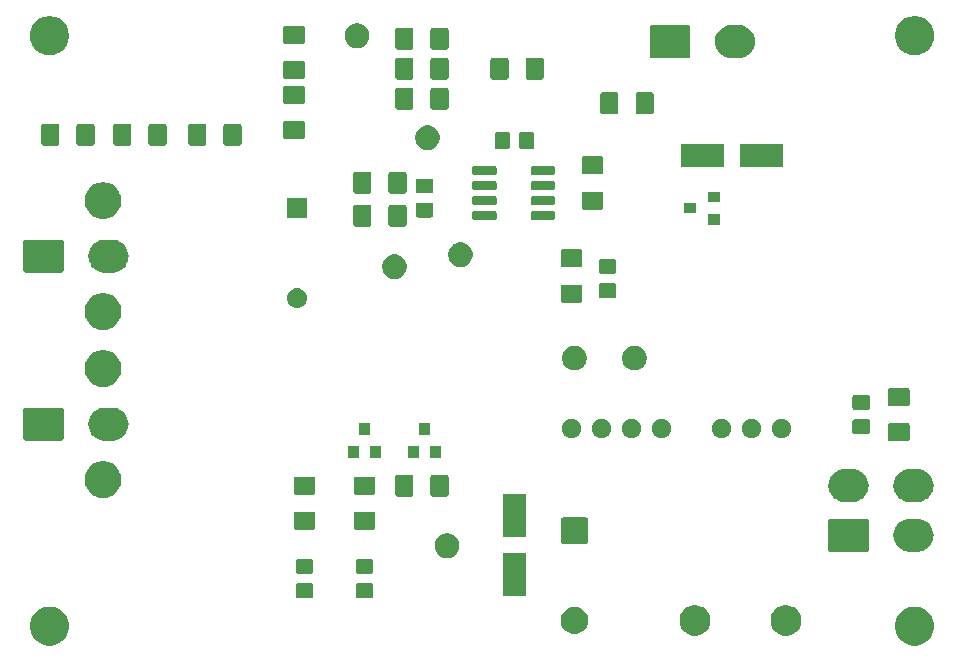
<source format=gts>
G04 #@! TF.GenerationSoftware,KiCad,Pcbnew,(5.1.2)-2*
G04 #@! TF.CreationDate,2019-08-12T14:05:45+10:00*
G04 #@! TF.ProjectId,TSAL-HVM,5453414c-2d48-4564-9d2e-6b696361645f,rev?*
G04 #@! TF.SameCoordinates,Original*
G04 #@! TF.FileFunction,Soldermask,Top*
G04 #@! TF.FilePolarity,Negative*
%FSLAX46Y46*%
G04 Gerber Fmt 4.6, Leading zero omitted, Abs format (unit mm)*
G04 Created by KiCad (PCBNEW (5.1.2)-2) date 2019-08-12 14:05:45*
%MOMM*%
%LPD*%
G04 APERTURE LIST*
%ADD10C,0.100000*%
G04 APERTURE END LIST*
D10*
G36*
X125695256Y-92841298D02*
G01*
X125801579Y-92862447D01*
X126102042Y-92986903D01*
X126372451Y-93167585D01*
X126602415Y-93397549D01*
X126783097Y-93667958D01*
X126907553Y-93968421D01*
X126971000Y-94287391D01*
X126971000Y-94612609D01*
X126907553Y-94931579D01*
X126783097Y-95232042D01*
X126602415Y-95502451D01*
X126372451Y-95732415D01*
X126102042Y-95913097D01*
X125801579Y-96037553D01*
X125695256Y-96058702D01*
X125482611Y-96101000D01*
X125157389Y-96101000D01*
X124944744Y-96058702D01*
X124838421Y-96037553D01*
X124537958Y-95913097D01*
X124267549Y-95732415D01*
X124037585Y-95502451D01*
X123856903Y-95232042D01*
X123732447Y-94931579D01*
X123669000Y-94612609D01*
X123669000Y-94287391D01*
X123732447Y-93968421D01*
X123856903Y-93667958D01*
X124037585Y-93397549D01*
X124267549Y-93167585D01*
X124537958Y-92986903D01*
X124838421Y-92862447D01*
X124944744Y-92841298D01*
X125157389Y-92799000D01*
X125482611Y-92799000D01*
X125695256Y-92841298D01*
X125695256Y-92841298D01*
G37*
G36*
X52445256Y-92841298D02*
G01*
X52551579Y-92862447D01*
X52852042Y-92986903D01*
X53122451Y-93167585D01*
X53352415Y-93397549D01*
X53533097Y-93667958D01*
X53657553Y-93968421D01*
X53721000Y-94287391D01*
X53721000Y-94612609D01*
X53657553Y-94931579D01*
X53533097Y-95232042D01*
X53352415Y-95502451D01*
X53122451Y-95732415D01*
X52852042Y-95913097D01*
X52551579Y-96037553D01*
X52445256Y-96058702D01*
X52232611Y-96101000D01*
X51907389Y-96101000D01*
X51694744Y-96058702D01*
X51588421Y-96037553D01*
X51287958Y-95913097D01*
X51017549Y-95732415D01*
X50787585Y-95502451D01*
X50606903Y-95232042D01*
X50482447Y-94931579D01*
X50419000Y-94612609D01*
X50419000Y-94287391D01*
X50482447Y-93968421D01*
X50606903Y-93667958D01*
X50787585Y-93397549D01*
X51017549Y-93167585D01*
X51287958Y-92986903D01*
X51588421Y-92862447D01*
X51694744Y-92841298D01*
X51907389Y-92799000D01*
X52232611Y-92799000D01*
X52445256Y-92841298D01*
X52445256Y-92841298D01*
G37*
G36*
X107099487Y-92708996D02*
G01*
X107316775Y-92799000D01*
X107336255Y-92807069D01*
X107405343Y-92853232D01*
X107549339Y-92949447D01*
X107730553Y-93130661D01*
X107872932Y-93343747D01*
X107971004Y-93580513D01*
X108021000Y-93831861D01*
X108021000Y-94088139D01*
X107971004Y-94339487D01*
X107902362Y-94505203D01*
X107872931Y-94576255D01*
X107730553Y-94789339D01*
X107549339Y-94970553D01*
X107336255Y-95112931D01*
X107336254Y-95112932D01*
X107336253Y-95112932D01*
X107099487Y-95211004D01*
X106848139Y-95261000D01*
X106591861Y-95261000D01*
X106340513Y-95211004D01*
X106103747Y-95112932D01*
X106103746Y-95112932D01*
X106103745Y-95112931D01*
X105890661Y-94970553D01*
X105709447Y-94789339D01*
X105567069Y-94576255D01*
X105537638Y-94505203D01*
X105468996Y-94339487D01*
X105419000Y-94088139D01*
X105419000Y-93831861D01*
X105468996Y-93580513D01*
X105567068Y-93343747D01*
X105709447Y-93130661D01*
X105890661Y-92949447D01*
X106034657Y-92853232D01*
X106103745Y-92807069D01*
X106123225Y-92799000D01*
X106340513Y-92708996D01*
X106591861Y-92659000D01*
X106848139Y-92659000D01*
X107099487Y-92708996D01*
X107099487Y-92708996D01*
G37*
G36*
X114799487Y-92708996D02*
G01*
X115016775Y-92799000D01*
X115036255Y-92807069D01*
X115105343Y-92853232D01*
X115249339Y-92949447D01*
X115430553Y-93130661D01*
X115572932Y-93343747D01*
X115671004Y-93580513D01*
X115721000Y-93831861D01*
X115721000Y-94088139D01*
X115671004Y-94339487D01*
X115602362Y-94505203D01*
X115572931Y-94576255D01*
X115430553Y-94789339D01*
X115249339Y-94970553D01*
X115036255Y-95112931D01*
X115036254Y-95112932D01*
X115036253Y-95112932D01*
X114799487Y-95211004D01*
X114548139Y-95261000D01*
X114291861Y-95261000D01*
X114040513Y-95211004D01*
X113803747Y-95112932D01*
X113803746Y-95112932D01*
X113803745Y-95112931D01*
X113590661Y-94970553D01*
X113409447Y-94789339D01*
X113267069Y-94576255D01*
X113237638Y-94505203D01*
X113168996Y-94339487D01*
X113119000Y-94088139D01*
X113119000Y-93831861D01*
X113168996Y-93580513D01*
X113267068Y-93343747D01*
X113409447Y-93130661D01*
X113590661Y-92949447D01*
X113734657Y-92853232D01*
X113803745Y-92807069D01*
X113823225Y-92799000D01*
X114040513Y-92708996D01*
X114291861Y-92659000D01*
X114548139Y-92659000D01*
X114799487Y-92708996D01*
X114799487Y-92708996D01*
G37*
G36*
X96744549Y-92831116D02*
G01*
X96855734Y-92853232D01*
X97065203Y-92939997D01*
X97253720Y-93065960D01*
X97414040Y-93226280D01*
X97540003Y-93414797D01*
X97540004Y-93414799D01*
X97626768Y-93624267D01*
X97671000Y-93846635D01*
X97671000Y-94073365D01*
X97668061Y-94088139D01*
X97626768Y-94295734D01*
X97540003Y-94505203D01*
X97414040Y-94693720D01*
X97253720Y-94854040D01*
X97065203Y-94980003D01*
X96855734Y-95066768D01*
X96744549Y-95088884D01*
X96633365Y-95111000D01*
X96406635Y-95111000D01*
X96295451Y-95088884D01*
X96184266Y-95066768D01*
X95974797Y-94980003D01*
X95786280Y-94854040D01*
X95625960Y-94693720D01*
X95499997Y-94505203D01*
X95413232Y-94295734D01*
X95371939Y-94088139D01*
X95369000Y-94073365D01*
X95369000Y-93846635D01*
X95413232Y-93624267D01*
X95499996Y-93414799D01*
X95499997Y-93414797D01*
X95625960Y-93226280D01*
X95786280Y-93065960D01*
X95974797Y-92939997D01*
X96184266Y-92853232D01*
X96295451Y-92831116D01*
X96406635Y-92809000D01*
X96633365Y-92809000D01*
X96744549Y-92831116D01*
X96744549Y-92831116D01*
G37*
G36*
X79328674Y-90818465D02*
G01*
X79366367Y-90829899D01*
X79401103Y-90848466D01*
X79431548Y-90873452D01*
X79456534Y-90903897D01*
X79475101Y-90938633D01*
X79486535Y-90976326D01*
X79491000Y-91021661D01*
X79491000Y-91858339D01*
X79486535Y-91903674D01*
X79475101Y-91941367D01*
X79456534Y-91976103D01*
X79431548Y-92006548D01*
X79401103Y-92031534D01*
X79366367Y-92050101D01*
X79328674Y-92061535D01*
X79283339Y-92066000D01*
X78196661Y-92066000D01*
X78151326Y-92061535D01*
X78113633Y-92050101D01*
X78078897Y-92031534D01*
X78048452Y-92006548D01*
X78023466Y-91976103D01*
X78004899Y-91941367D01*
X77993465Y-91903674D01*
X77989000Y-91858339D01*
X77989000Y-91021661D01*
X77993465Y-90976326D01*
X78004899Y-90938633D01*
X78023466Y-90903897D01*
X78048452Y-90873452D01*
X78078897Y-90848466D01*
X78113633Y-90829899D01*
X78151326Y-90818465D01*
X78196661Y-90814000D01*
X79283339Y-90814000D01*
X79328674Y-90818465D01*
X79328674Y-90818465D01*
G37*
G36*
X74248674Y-90818465D02*
G01*
X74286367Y-90829899D01*
X74321103Y-90848466D01*
X74351548Y-90873452D01*
X74376534Y-90903897D01*
X74395101Y-90938633D01*
X74406535Y-90976326D01*
X74411000Y-91021661D01*
X74411000Y-91858339D01*
X74406535Y-91903674D01*
X74395101Y-91941367D01*
X74376534Y-91976103D01*
X74351548Y-92006548D01*
X74321103Y-92031534D01*
X74286367Y-92050101D01*
X74248674Y-92061535D01*
X74203339Y-92066000D01*
X73116661Y-92066000D01*
X73071326Y-92061535D01*
X73033633Y-92050101D01*
X72998897Y-92031534D01*
X72968452Y-92006548D01*
X72943466Y-91976103D01*
X72924899Y-91941367D01*
X72913465Y-91903674D01*
X72909000Y-91858339D01*
X72909000Y-91021661D01*
X72913465Y-90976326D01*
X72924899Y-90938633D01*
X72943466Y-90903897D01*
X72968452Y-90873452D01*
X72998897Y-90848466D01*
X73033633Y-90829899D01*
X73071326Y-90818465D01*
X73116661Y-90814000D01*
X74203339Y-90814000D01*
X74248674Y-90818465D01*
X74248674Y-90818465D01*
G37*
G36*
X92391000Y-91891000D02*
G01*
X90489000Y-91891000D01*
X90489000Y-88289000D01*
X92391000Y-88289000D01*
X92391000Y-91891000D01*
X92391000Y-91891000D01*
G37*
G36*
X79328674Y-88768465D02*
G01*
X79366367Y-88779899D01*
X79401103Y-88798466D01*
X79431548Y-88823452D01*
X79456534Y-88853897D01*
X79475101Y-88888633D01*
X79486535Y-88926326D01*
X79491000Y-88971661D01*
X79491000Y-89808339D01*
X79486535Y-89853674D01*
X79475101Y-89891367D01*
X79456534Y-89926103D01*
X79431548Y-89956548D01*
X79401103Y-89981534D01*
X79366367Y-90000101D01*
X79328674Y-90011535D01*
X79283339Y-90016000D01*
X78196661Y-90016000D01*
X78151326Y-90011535D01*
X78113633Y-90000101D01*
X78078897Y-89981534D01*
X78048452Y-89956548D01*
X78023466Y-89926103D01*
X78004899Y-89891367D01*
X77993465Y-89853674D01*
X77989000Y-89808339D01*
X77989000Y-88971661D01*
X77993465Y-88926326D01*
X78004899Y-88888633D01*
X78023466Y-88853897D01*
X78048452Y-88823452D01*
X78078897Y-88798466D01*
X78113633Y-88779899D01*
X78151326Y-88768465D01*
X78196661Y-88764000D01*
X79283339Y-88764000D01*
X79328674Y-88768465D01*
X79328674Y-88768465D01*
G37*
G36*
X74248674Y-88768465D02*
G01*
X74286367Y-88779899D01*
X74321103Y-88798466D01*
X74351548Y-88823452D01*
X74376534Y-88853897D01*
X74395101Y-88888633D01*
X74406535Y-88926326D01*
X74411000Y-88971661D01*
X74411000Y-89808339D01*
X74406535Y-89853674D01*
X74395101Y-89891367D01*
X74376534Y-89926103D01*
X74351548Y-89956548D01*
X74321103Y-89981534D01*
X74286367Y-90000101D01*
X74248674Y-90011535D01*
X74203339Y-90016000D01*
X73116661Y-90016000D01*
X73071326Y-90011535D01*
X73033633Y-90000101D01*
X72998897Y-89981534D01*
X72968452Y-89956548D01*
X72943466Y-89926103D01*
X72924899Y-89891367D01*
X72913465Y-89853674D01*
X72909000Y-89808339D01*
X72909000Y-88971661D01*
X72913465Y-88926326D01*
X72924899Y-88888633D01*
X72943466Y-88853897D01*
X72968452Y-88823452D01*
X72998897Y-88798466D01*
X73033633Y-88779899D01*
X73071326Y-88768465D01*
X73116661Y-88764000D01*
X74203339Y-88764000D01*
X74248674Y-88768465D01*
X74248674Y-88768465D01*
G37*
G36*
X86031564Y-86619389D02*
G01*
X86222833Y-86698615D01*
X86222835Y-86698616D01*
X86394973Y-86813635D01*
X86541365Y-86960027D01*
X86656385Y-87132167D01*
X86735611Y-87323436D01*
X86776000Y-87526484D01*
X86776000Y-87733516D01*
X86735611Y-87936564D01*
X86687180Y-88053486D01*
X86656384Y-88127835D01*
X86541365Y-88299973D01*
X86394973Y-88446365D01*
X86222835Y-88561384D01*
X86222834Y-88561385D01*
X86222833Y-88561385D01*
X86031564Y-88640611D01*
X85828516Y-88681000D01*
X85621484Y-88681000D01*
X85418436Y-88640611D01*
X85227167Y-88561385D01*
X85227166Y-88561385D01*
X85227165Y-88561384D01*
X85055027Y-88446365D01*
X84908635Y-88299973D01*
X84793616Y-88127835D01*
X84762820Y-88053486D01*
X84714389Y-87936564D01*
X84674000Y-87733516D01*
X84674000Y-87526484D01*
X84714389Y-87323436D01*
X84793615Y-87132167D01*
X84908635Y-86960027D01*
X85055027Y-86813635D01*
X85227165Y-86698616D01*
X85227167Y-86698615D01*
X85418436Y-86619389D01*
X85621484Y-86579000D01*
X85828516Y-86579000D01*
X86031564Y-86619389D01*
X86031564Y-86619389D01*
G37*
G36*
X125693731Y-85359136D02*
G01*
X125796644Y-85369272D01*
X125986604Y-85426896D01*
X126060737Y-85449384D01*
X126263625Y-85557830D01*
X126304120Y-85579475D01*
X126359691Y-85625082D01*
X126517450Y-85754550D01*
X126646918Y-85912309D01*
X126692525Y-85967880D01*
X126692526Y-85967882D01*
X126822616Y-86211263D01*
X126822617Y-86211267D01*
X126902728Y-86475356D01*
X126929778Y-86750000D01*
X126902728Y-87024644D01*
X126870111Y-87132167D01*
X126822616Y-87288737D01*
X126728455Y-87464899D01*
X126692525Y-87532120D01*
X126646918Y-87587691D01*
X126517450Y-87745450D01*
X126359691Y-87874918D01*
X126304120Y-87920525D01*
X126304118Y-87920526D01*
X126060737Y-88050616D01*
X125992017Y-88071462D01*
X125796644Y-88130728D01*
X125693731Y-88140864D01*
X125590820Y-88151000D01*
X124853180Y-88151000D01*
X124750269Y-88140864D01*
X124647356Y-88130728D01*
X124451983Y-88071462D01*
X124383263Y-88050616D01*
X124139882Y-87920526D01*
X124139880Y-87920525D01*
X124084309Y-87874918D01*
X123926550Y-87745450D01*
X123797082Y-87587691D01*
X123751475Y-87532120D01*
X123715545Y-87464899D01*
X123621384Y-87288737D01*
X123573889Y-87132167D01*
X123541272Y-87024644D01*
X123514222Y-86750000D01*
X123541272Y-86475356D01*
X123621383Y-86211267D01*
X123621384Y-86211263D01*
X123751474Y-85967882D01*
X123751475Y-85967880D01*
X123797082Y-85912309D01*
X123926550Y-85754550D01*
X124084309Y-85625082D01*
X124139880Y-85579475D01*
X124180375Y-85557830D01*
X124383263Y-85449384D01*
X124457396Y-85426896D01*
X124647356Y-85369272D01*
X124750269Y-85359136D01*
X124853180Y-85349000D01*
X125590820Y-85349000D01*
X125693731Y-85359136D01*
X125693731Y-85359136D01*
G37*
G36*
X121296031Y-85352621D02*
G01*
X121325486Y-85361556D01*
X121352623Y-85376062D01*
X121376414Y-85395586D01*
X121395938Y-85419377D01*
X121410444Y-85446514D01*
X121419379Y-85475969D01*
X121423000Y-85512734D01*
X121423000Y-87987266D01*
X121419379Y-88024031D01*
X121410444Y-88053486D01*
X121395938Y-88080623D01*
X121376414Y-88104414D01*
X121352623Y-88123938D01*
X121325486Y-88138444D01*
X121296031Y-88147379D01*
X121259266Y-88151000D01*
X118184734Y-88151000D01*
X118147969Y-88147379D01*
X118118514Y-88138444D01*
X118091377Y-88123938D01*
X118067586Y-88104414D01*
X118048062Y-88080623D01*
X118033556Y-88053486D01*
X118024621Y-88024031D01*
X118021000Y-87987266D01*
X118021000Y-85512734D01*
X118024621Y-85475969D01*
X118033556Y-85446514D01*
X118048062Y-85419377D01*
X118067586Y-85395586D01*
X118091377Y-85376062D01*
X118118514Y-85361556D01*
X118147969Y-85352621D01*
X118184734Y-85349000D01*
X121259266Y-85349000D01*
X121296031Y-85352621D01*
X121296031Y-85352621D01*
G37*
G36*
X97453104Y-85214792D02*
G01*
X97503748Y-85230154D01*
X97550420Y-85255101D01*
X97591327Y-85288673D01*
X97624899Y-85329580D01*
X97649846Y-85376252D01*
X97665208Y-85426896D01*
X97671000Y-85485701D01*
X97671000Y-87234299D01*
X97665208Y-87293104D01*
X97649846Y-87343748D01*
X97624899Y-87390420D01*
X97591327Y-87431327D01*
X97550420Y-87464899D01*
X97503748Y-87489846D01*
X97453104Y-87505208D01*
X97394299Y-87511000D01*
X95645701Y-87511000D01*
X95586896Y-87505208D01*
X95536252Y-87489846D01*
X95489580Y-87464899D01*
X95448673Y-87431327D01*
X95415101Y-87390420D01*
X95390154Y-87343748D01*
X95374792Y-87293104D01*
X95369000Y-87234299D01*
X95369000Y-85485701D01*
X95374792Y-85426896D01*
X95390154Y-85376252D01*
X95415101Y-85329580D01*
X95448673Y-85288673D01*
X95489580Y-85255101D01*
X95536252Y-85230154D01*
X95586896Y-85214792D01*
X95645701Y-85209000D01*
X97394299Y-85209000D01*
X97453104Y-85214792D01*
X97453104Y-85214792D01*
G37*
G36*
X92391000Y-86891000D02*
G01*
X90489000Y-86891000D01*
X90489000Y-83289000D01*
X92391000Y-83289000D01*
X92391000Y-86891000D01*
X92391000Y-86891000D01*
G37*
G36*
X79515562Y-84765681D02*
G01*
X79550481Y-84776274D01*
X79582663Y-84793476D01*
X79610873Y-84816627D01*
X79634024Y-84844837D01*
X79651226Y-84877019D01*
X79661819Y-84911938D01*
X79666000Y-84954395D01*
X79666000Y-86095605D01*
X79661819Y-86138062D01*
X79651226Y-86172981D01*
X79634024Y-86205163D01*
X79610873Y-86233373D01*
X79582663Y-86256524D01*
X79550481Y-86273726D01*
X79515562Y-86284319D01*
X79473105Y-86288500D01*
X78006895Y-86288500D01*
X77964438Y-86284319D01*
X77929519Y-86273726D01*
X77897337Y-86256524D01*
X77869127Y-86233373D01*
X77845976Y-86205163D01*
X77828774Y-86172981D01*
X77818181Y-86138062D01*
X77814000Y-86095605D01*
X77814000Y-84954395D01*
X77818181Y-84911938D01*
X77828774Y-84877019D01*
X77845976Y-84844837D01*
X77869127Y-84816627D01*
X77897337Y-84793476D01*
X77929519Y-84776274D01*
X77964438Y-84765681D01*
X78006895Y-84761500D01*
X79473105Y-84761500D01*
X79515562Y-84765681D01*
X79515562Y-84765681D01*
G37*
G36*
X74435562Y-84765681D02*
G01*
X74470481Y-84776274D01*
X74502663Y-84793476D01*
X74530873Y-84816627D01*
X74554024Y-84844837D01*
X74571226Y-84877019D01*
X74581819Y-84911938D01*
X74586000Y-84954395D01*
X74586000Y-86095605D01*
X74581819Y-86138062D01*
X74571226Y-86172981D01*
X74554024Y-86205163D01*
X74530873Y-86233373D01*
X74502663Y-86256524D01*
X74470481Y-86273726D01*
X74435562Y-86284319D01*
X74393105Y-86288500D01*
X72926895Y-86288500D01*
X72884438Y-86284319D01*
X72849519Y-86273726D01*
X72817337Y-86256524D01*
X72789127Y-86233373D01*
X72765976Y-86205163D01*
X72748774Y-86172981D01*
X72738181Y-86138062D01*
X72734000Y-86095605D01*
X72734000Y-84954395D01*
X72738181Y-84911938D01*
X72748774Y-84877019D01*
X72765976Y-84844837D01*
X72789127Y-84816627D01*
X72817337Y-84793476D01*
X72849519Y-84776274D01*
X72884438Y-84765681D01*
X72926895Y-84761500D01*
X74393105Y-84761500D01*
X74435562Y-84765681D01*
X74435562Y-84765681D01*
G37*
G36*
X125693731Y-81159136D02*
G01*
X125796644Y-81169272D01*
X125992017Y-81228538D01*
X126060737Y-81249384D01*
X126290202Y-81372036D01*
X126304120Y-81379475D01*
X126359691Y-81425082D01*
X126517450Y-81554550D01*
X126619687Y-81679127D01*
X126692525Y-81767880D01*
X126692526Y-81767882D01*
X126822616Y-82011263D01*
X126822617Y-82011267D01*
X126902728Y-82275356D01*
X126929778Y-82550000D01*
X126902728Y-82824644D01*
X126843462Y-83020017D01*
X126822616Y-83088737D01*
X126719569Y-83281524D01*
X126692525Y-83332120D01*
X126646918Y-83387691D01*
X126517450Y-83545450D01*
X126359691Y-83674918D01*
X126304120Y-83720525D01*
X126304118Y-83720526D01*
X126060737Y-83850616D01*
X125992017Y-83871462D01*
X125796644Y-83930728D01*
X125693731Y-83940864D01*
X125590820Y-83951000D01*
X124853180Y-83951000D01*
X124750269Y-83940864D01*
X124647356Y-83930728D01*
X124451983Y-83871462D01*
X124383263Y-83850616D01*
X124139882Y-83720526D01*
X124139880Y-83720525D01*
X124084309Y-83674918D01*
X123926550Y-83545450D01*
X123797082Y-83387691D01*
X123751475Y-83332120D01*
X123724431Y-83281524D01*
X123621384Y-83088737D01*
X123600538Y-83020017D01*
X123541272Y-82824644D01*
X123514222Y-82550000D01*
X123541272Y-82275356D01*
X123621383Y-82011267D01*
X123621384Y-82011263D01*
X123751474Y-81767882D01*
X123751475Y-81767880D01*
X123824313Y-81679127D01*
X123926550Y-81554550D01*
X124084309Y-81425082D01*
X124139880Y-81379475D01*
X124153798Y-81372036D01*
X124383263Y-81249384D01*
X124451983Y-81228538D01*
X124647356Y-81169272D01*
X124750269Y-81159136D01*
X124853180Y-81149000D01*
X125590820Y-81149000D01*
X125693731Y-81159136D01*
X125693731Y-81159136D01*
G37*
G36*
X120193731Y-81159136D02*
G01*
X120296644Y-81169272D01*
X120492017Y-81228538D01*
X120560737Y-81249384D01*
X120790202Y-81372036D01*
X120804120Y-81379475D01*
X120859691Y-81425082D01*
X121017450Y-81554550D01*
X121119687Y-81679127D01*
X121192525Y-81767880D01*
X121192526Y-81767882D01*
X121322616Y-82011263D01*
X121322617Y-82011267D01*
X121402728Y-82275356D01*
X121429778Y-82550000D01*
X121402728Y-82824644D01*
X121343462Y-83020017D01*
X121322616Y-83088737D01*
X121219569Y-83281524D01*
X121192525Y-83332120D01*
X121146918Y-83387691D01*
X121017450Y-83545450D01*
X120859691Y-83674918D01*
X120804120Y-83720525D01*
X120804118Y-83720526D01*
X120560737Y-83850616D01*
X120492017Y-83871462D01*
X120296644Y-83930728D01*
X120193731Y-83940864D01*
X120090820Y-83951000D01*
X119353180Y-83951000D01*
X119250269Y-83940864D01*
X119147356Y-83930728D01*
X118951983Y-83871462D01*
X118883263Y-83850616D01*
X118639882Y-83720526D01*
X118639880Y-83720525D01*
X118584309Y-83674918D01*
X118426550Y-83545450D01*
X118297082Y-83387691D01*
X118251475Y-83332120D01*
X118224431Y-83281524D01*
X118121384Y-83088737D01*
X118100538Y-83020017D01*
X118041272Y-82824644D01*
X118014222Y-82550000D01*
X118041272Y-82275356D01*
X118121383Y-82011267D01*
X118121384Y-82011263D01*
X118251474Y-81767882D01*
X118251475Y-81767880D01*
X118324313Y-81679127D01*
X118426550Y-81554550D01*
X118584309Y-81425082D01*
X118639880Y-81379475D01*
X118653798Y-81372036D01*
X118883263Y-81249384D01*
X118951983Y-81228538D01*
X119147356Y-81169272D01*
X119250269Y-81159136D01*
X119353180Y-81149000D01*
X120090820Y-81149000D01*
X120193731Y-81159136D01*
X120193731Y-81159136D01*
G37*
G36*
X56904585Y-80521802D02*
G01*
X57054410Y-80551604D01*
X57336674Y-80668521D01*
X57590705Y-80838259D01*
X57806741Y-81054295D01*
X57976479Y-81308326D01*
X58078468Y-81554551D01*
X58093396Y-81590591D01*
X58147973Y-81864965D01*
X58153000Y-81890240D01*
X58153000Y-82195760D01*
X58093396Y-82495410D01*
X57976479Y-82777674D01*
X57806741Y-83031705D01*
X57590705Y-83247741D01*
X57336674Y-83417479D01*
X57054410Y-83534396D01*
X56904585Y-83564198D01*
X56754761Y-83594000D01*
X56449239Y-83594000D01*
X56299415Y-83564198D01*
X56149590Y-83534396D01*
X55867326Y-83417479D01*
X55613295Y-83247741D01*
X55397259Y-83031705D01*
X55227521Y-82777674D01*
X55110604Y-82495410D01*
X55051000Y-82195760D01*
X55051000Y-81890240D01*
X55056028Y-81864965D01*
X55110604Y-81590591D01*
X55125532Y-81554551D01*
X55227521Y-81308326D01*
X55397259Y-81054295D01*
X55613295Y-80838259D01*
X55867326Y-80668521D01*
X56149590Y-80551604D01*
X56299415Y-80521802D01*
X56449239Y-80492000D01*
X56754761Y-80492000D01*
X56904585Y-80521802D01*
X56904585Y-80521802D01*
G37*
G36*
X82728062Y-81628181D02*
G01*
X82762981Y-81638774D01*
X82795163Y-81655976D01*
X82823373Y-81679127D01*
X82846524Y-81707337D01*
X82863726Y-81739519D01*
X82874319Y-81774438D01*
X82878500Y-81816895D01*
X82878500Y-83283105D01*
X82874319Y-83325562D01*
X82863726Y-83360481D01*
X82846524Y-83392663D01*
X82823373Y-83420873D01*
X82795163Y-83444024D01*
X82762981Y-83461226D01*
X82728062Y-83471819D01*
X82685605Y-83476000D01*
X81544395Y-83476000D01*
X81501938Y-83471819D01*
X81467019Y-83461226D01*
X81434837Y-83444024D01*
X81406627Y-83420873D01*
X81383476Y-83392663D01*
X81366274Y-83360481D01*
X81355681Y-83325562D01*
X81351500Y-83283105D01*
X81351500Y-81816895D01*
X81355681Y-81774438D01*
X81366274Y-81739519D01*
X81383476Y-81707337D01*
X81406627Y-81679127D01*
X81434837Y-81655976D01*
X81467019Y-81638774D01*
X81501938Y-81628181D01*
X81544395Y-81624000D01*
X82685605Y-81624000D01*
X82728062Y-81628181D01*
X82728062Y-81628181D01*
G37*
G36*
X85703062Y-81628181D02*
G01*
X85737981Y-81638774D01*
X85770163Y-81655976D01*
X85798373Y-81679127D01*
X85821524Y-81707337D01*
X85838726Y-81739519D01*
X85849319Y-81774438D01*
X85853500Y-81816895D01*
X85853500Y-83283105D01*
X85849319Y-83325562D01*
X85838726Y-83360481D01*
X85821524Y-83392663D01*
X85798373Y-83420873D01*
X85770163Y-83444024D01*
X85737981Y-83461226D01*
X85703062Y-83471819D01*
X85660605Y-83476000D01*
X84519395Y-83476000D01*
X84476938Y-83471819D01*
X84442019Y-83461226D01*
X84409837Y-83444024D01*
X84381627Y-83420873D01*
X84358476Y-83392663D01*
X84341274Y-83360481D01*
X84330681Y-83325562D01*
X84326500Y-83283105D01*
X84326500Y-81816895D01*
X84330681Y-81774438D01*
X84341274Y-81739519D01*
X84358476Y-81707337D01*
X84381627Y-81679127D01*
X84409837Y-81655976D01*
X84442019Y-81638774D01*
X84476938Y-81628181D01*
X84519395Y-81624000D01*
X85660605Y-81624000D01*
X85703062Y-81628181D01*
X85703062Y-81628181D01*
G37*
G36*
X79515562Y-81790681D02*
G01*
X79550481Y-81801274D01*
X79582663Y-81818476D01*
X79610873Y-81841627D01*
X79634024Y-81869837D01*
X79651226Y-81902019D01*
X79661819Y-81936938D01*
X79666000Y-81979395D01*
X79666000Y-83120605D01*
X79661819Y-83163062D01*
X79651226Y-83197981D01*
X79634024Y-83230163D01*
X79610873Y-83258373D01*
X79582663Y-83281524D01*
X79550481Y-83298726D01*
X79515562Y-83309319D01*
X79473105Y-83313500D01*
X78006895Y-83313500D01*
X77964438Y-83309319D01*
X77929519Y-83298726D01*
X77897337Y-83281524D01*
X77869127Y-83258373D01*
X77845976Y-83230163D01*
X77828774Y-83197981D01*
X77818181Y-83163062D01*
X77814000Y-83120605D01*
X77814000Y-81979395D01*
X77818181Y-81936938D01*
X77828774Y-81902019D01*
X77845976Y-81869837D01*
X77869127Y-81841627D01*
X77897337Y-81818476D01*
X77929519Y-81801274D01*
X77964438Y-81790681D01*
X78006895Y-81786500D01*
X79473105Y-81786500D01*
X79515562Y-81790681D01*
X79515562Y-81790681D01*
G37*
G36*
X74435562Y-81790681D02*
G01*
X74470481Y-81801274D01*
X74502663Y-81818476D01*
X74530873Y-81841627D01*
X74554024Y-81869837D01*
X74571226Y-81902019D01*
X74581819Y-81936938D01*
X74586000Y-81979395D01*
X74586000Y-83120605D01*
X74581819Y-83163062D01*
X74571226Y-83197981D01*
X74554024Y-83230163D01*
X74530873Y-83258373D01*
X74502663Y-83281524D01*
X74470481Y-83298726D01*
X74435562Y-83309319D01*
X74393105Y-83313500D01*
X72926895Y-83313500D01*
X72884438Y-83309319D01*
X72849519Y-83298726D01*
X72817337Y-83281524D01*
X72789127Y-83258373D01*
X72765976Y-83230163D01*
X72748774Y-83197981D01*
X72738181Y-83163062D01*
X72734000Y-83120605D01*
X72734000Y-81979395D01*
X72738181Y-81936938D01*
X72748774Y-81902019D01*
X72765976Y-81869837D01*
X72789127Y-81841627D01*
X72817337Y-81818476D01*
X72849519Y-81801274D01*
X72884438Y-81790681D01*
X72926895Y-81786500D01*
X74393105Y-81786500D01*
X74435562Y-81790681D01*
X74435562Y-81790681D01*
G37*
G36*
X80141000Y-80241000D02*
G01*
X79239000Y-80241000D01*
X79239000Y-79239000D01*
X80141000Y-79239000D01*
X80141000Y-80241000D01*
X80141000Y-80241000D01*
G37*
G36*
X78241000Y-80241000D02*
G01*
X77339000Y-80241000D01*
X77339000Y-79239000D01*
X78241000Y-79239000D01*
X78241000Y-80241000D01*
X78241000Y-80241000D01*
G37*
G36*
X83321000Y-80241000D02*
G01*
X82419000Y-80241000D01*
X82419000Y-79239000D01*
X83321000Y-79239000D01*
X83321000Y-80241000D01*
X83321000Y-80241000D01*
G37*
G36*
X85221000Y-80241000D02*
G01*
X84319000Y-80241000D01*
X84319000Y-79239000D01*
X85221000Y-79239000D01*
X85221000Y-80241000D01*
X85221000Y-80241000D01*
G37*
G36*
X124745562Y-77265681D02*
G01*
X124780481Y-77276274D01*
X124812663Y-77293476D01*
X124840873Y-77316627D01*
X124864024Y-77344837D01*
X124881226Y-77377019D01*
X124891819Y-77411938D01*
X124896000Y-77454395D01*
X124896000Y-78595605D01*
X124891819Y-78638062D01*
X124881226Y-78672981D01*
X124864024Y-78705163D01*
X124840873Y-78733373D01*
X124812663Y-78756524D01*
X124780481Y-78773726D01*
X124745562Y-78784319D01*
X124703105Y-78788500D01*
X123236895Y-78788500D01*
X123194438Y-78784319D01*
X123159519Y-78773726D01*
X123127337Y-78756524D01*
X123099127Y-78733373D01*
X123075976Y-78705163D01*
X123058774Y-78672981D01*
X123048181Y-78638062D01*
X123044000Y-78595605D01*
X123044000Y-77454395D01*
X123048181Y-77411938D01*
X123058774Y-77377019D01*
X123075976Y-77344837D01*
X123099127Y-77316627D01*
X123127337Y-77293476D01*
X123159519Y-77276274D01*
X123194438Y-77265681D01*
X123236895Y-77261500D01*
X124703105Y-77261500D01*
X124745562Y-77265681D01*
X124745562Y-77265681D01*
G37*
G36*
X57533731Y-75952136D02*
G01*
X57636644Y-75962272D01*
X57832017Y-76021538D01*
X57900737Y-76042384D01*
X58080557Y-76138500D01*
X58144120Y-76172475D01*
X58199691Y-76218082D01*
X58357450Y-76347550D01*
X58486918Y-76505309D01*
X58532525Y-76560880D01*
X58532526Y-76560882D01*
X58662616Y-76804263D01*
X58662617Y-76804267D01*
X58742728Y-77068356D01*
X58769778Y-77343000D01*
X58742728Y-77617644D01*
X58734755Y-77643926D01*
X58662616Y-77881737D01*
X58565265Y-78063867D01*
X58532525Y-78125120D01*
X58497513Y-78167782D01*
X58357450Y-78338450D01*
X58228262Y-78444471D01*
X58144120Y-78513525D01*
X58144118Y-78513526D01*
X57900737Y-78643616D01*
X57832017Y-78664462D01*
X57636644Y-78723728D01*
X57538716Y-78733373D01*
X57430820Y-78744000D01*
X56693180Y-78744000D01*
X56585284Y-78733373D01*
X56487356Y-78723728D01*
X56291983Y-78664462D01*
X56223263Y-78643616D01*
X55979882Y-78513526D01*
X55979880Y-78513525D01*
X55895738Y-78444471D01*
X55766550Y-78338450D01*
X55626487Y-78167782D01*
X55591475Y-78125120D01*
X55558735Y-78063867D01*
X55461384Y-77881737D01*
X55389245Y-77643926D01*
X55381272Y-77617644D01*
X55354222Y-77343000D01*
X55381272Y-77068356D01*
X55461383Y-76804267D01*
X55461384Y-76804263D01*
X55591474Y-76560882D01*
X55591475Y-76560880D01*
X55637082Y-76505309D01*
X55766550Y-76347550D01*
X55924309Y-76218082D01*
X55979880Y-76172475D01*
X56043443Y-76138500D01*
X56223263Y-76042384D01*
X56291983Y-76021538D01*
X56487356Y-75962272D01*
X56590269Y-75952136D01*
X56693180Y-75942000D01*
X57430820Y-75942000D01*
X57533731Y-75952136D01*
X57533731Y-75952136D01*
G37*
G36*
X53136031Y-75945621D02*
G01*
X53165486Y-75954556D01*
X53192623Y-75969062D01*
X53216414Y-75988586D01*
X53235938Y-76012377D01*
X53250444Y-76039514D01*
X53259379Y-76068969D01*
X53263000Y-76105734D01*
X53263000Y-78580266D01*
X53259379Y-78617031D01*
X53250444Y-78646486D01*
X53235938Y-78673623D01*
X53216414Y-78697414D01*
X53192623Y-78716938D01*
X53165486Y-78731444D01*
X53136031Y-78740379D01*
X53099266Y-78744000D01*
X50024734Y-78744000D01*
X49987969Y-78740379D01*
X49958514Y-78731444D01*
X49931377Y-78716938D01*
X49907586Y-78697414D01*
X49888062Y-78673623D01*
X49873556Y-78646486D01*
X49864621Y-78617031D01*
X49861000Y-78580266D01*
X49861000Y-76105734D01*
X49864621Y-76068969D01*
X49873556Y-76039514D01*
X49888062Y-76012377D01*
X49907586Y-75988586D01*
X49931377Y-75969062D01*
X49958514Y-75954556D01*
X49987969Y-75945621D01*
X50024734Y-75942000D01*
X53099266Y-75942000D01*
X53136031Y-75945621D01*
X53136031Y-75945621D01*
G37*
G36*
X109203142Y-76942242D02*
G01*
X109351101Y-77003529D01*
X109484255Y-77092499D01*
X109597501Y-77205745D01*
X109686471Y-77338899D01*
X109747758Y-77486858D01*
X109779000Y-77643925D01*
X109779000Y-77804075D01*
X109747758Y-77961142D01*
X109686471Y-78109101D01*
X109597501Y-78242255D01*
X109484255Y-78355501D01*
X109351101Y-78444471D01*
X109203142Y-78505758D01*
X109046075Y-78537000D01*
X108885925Y-78537000D01*
X108728858Y-78505758D01*
X108580899Y-78444471D01*
X108447745Y-78355501D01*
X108334499Y-78242255D01*
X108245529Y-78109101D01*
X108184242Y-77961142D01*
X108153000Y-77804075D01*
X108153000Y-77643925D01*
X108184242Y-77486858D01*
X108245529Y-77338899D01*
X108334499Y-77205745D01*
X108447745Y-77092499D01*
X108580899Y-77003529D01*
X108728858Y-76942242D01*
X108885925Y-76911000D01*
X109046075Y-76911000D01*
X109203142Y-76942242D01*
X109203142Y-76942242D01*
G37*
G36*
X114283142Y-76942242D02*
G01*
X114431101Y-77003529D01*
X114564255Y-77092499D01*
X114677501Y-77205745D01*
X114766471Y-77338899D01*
X114827758Y-77486858D01*
X114859000Y-77643925D01*
X114859000Y-77804075D01*
X114827758Y-77961142D01*
X114766471Y-78109101D01*
X114677501Y-78242255D01*
X114564255Y-78355501D01*
X114431101Y-78444471D01*
X114283142Y-78505758D01*
X114126075Y-78537000D01*
X113965925Y-78537000D01*
X113808858Y-78505758D01*
X113660899Y-78444471D01*
X113527745Y-78355501D01*
X113414499Y-78242255D01*
X113325529Y-78109101D01*
X113264242Y-77961142D01*
X113233000Y-77804075D01*
X113233000Y-77643925D01*
X113264242Y-77486858D01*
X113325529Y-77338899D01*
X113414499Y-77205745D01*
X113527745Y-77092499D01*
X113660899Y-77003529D01*
X113808858Y-76942242D01*
X113965925Y-76911000D01*
X114126075Y-76911000D01*
X114283142Y-76942242D01*
X114283142Y-76942242D01*
G37*
G36*
X111743142Y-76942242D02*
G01*
X111891101Y-77003529D01*
X112024255Y-77092499D01*
X112137501Y-77205745D01*
X112226471Y-77338899D01*
X112287758Y-77486858D01*
X112319000Y-77643925D01*
X112319000Y-77804075D01*
X112287758Y-77961142D01*
X112226471Y-78109101D01*
X112137501Y-78242255D01*
X112024255Y-78355501D01*
X111891101Y-78444471D01*
X111743142Y-78505758D01*
X111586075Y-78537000D01*
X111425925Y-78537000D01*
X111268858Y-78505758D01*
X111120899Y-78444471D01*
X110987745Y-78355501D01*
X110874499Y-78242255D01*
X110785529Y-78109101D01*
X110724242Y-77961142D01*
X110693000Y-77804075D01*
X110693000Y-77643925D01*
X110724242Y-77486858D01*
X110785529Y-77338899D01*
X110874499Y-77205745D01*
X110987745Y-77092499D01*
X111120899Y-77003529D01*
X111268858Y-76942242D01*
X111425925Y-76911000D01*
X111586075Y-76911000D01*
X111743142Y-76942242D01*
X111743142Y-76942242D01*
G37*
G36*
X101583142Y-76942242D02*
G01*
X101731101Y-77003529D01*
X101864255Y-77092499D01*
X101977501Y-77205745D01*
X102066471Y-77338899D01*
X102127758Y-77486858D01*
X102159000Y-77643925D01*
X102159000Y-77804075D01*
X102127758Y-77961142D01*
X102066471Y-78109101D01*
X101977501Y-78242255D01*
X101864255Y-78355501D01*
X101731101Y-78444471D01*
X101583142Y-78505758D01*
X101426075Y-78537000D01*
X101265925Y-78537000D01*
X101108858Y-78505758D01*
X100960899Y-78444471D01*
X100827745Y-78355501D01*
X100714499Y-78242255D01*
X100625529Y-78109101D01*
X100564242Y-77961142D01*
X100533000Y-77804075D01*
X100533000Y-77643925D01*
X100564242Y-77486858D01*
X100625529Y-77338899D01*
X100714499Y-77205745D01*
X100827745Y-77092499D01*
X100960899Y-77003529D01*
X101108858Y-76942242D01*
X101265925Y-76911000D01*
X101426075Y-76911000D01*
X101583142Y-76942242D01*
X101583142Y-76942242D01*
G37*
G36*
X99043142Y-76942242D02*
G01*
X99191101Y-77003529D01*
X99324255Y-77092499D01*
X99437501Y-77205745D01*
X99526471Y-77338899D01*
X99587758Y-77486858D01*
X99619000Y-77643925D01*
X99619000Y-77804075D01*
X99587758Y-77961142D01*
X99526471Y-78109101D01*
X99437501Y-78242255D01*
X99324255Y-78355501D01*
X99191101Y-78444471D01*
X99043142Y-78505758D01*
X98886075Y-78537000D01*
X98725925Y-78537000D01*
X98568858Y-78505758D01*
X98420899Y-78444471D01*
X98287745Y-78355501D01*
X98174499Y-78242255D01*
X98085529Y-78109101D01*
X98024242Y-77961142D01*
X97993000Y-77804075D01*
X97993000Y-77643925D01*
X98024242Y-77486858D01*
X98085529Y-77338899D01*
X98174499Y-77205745D01*
X98287745Y-77092499D01*
X98420899Y-77003529D01*
X98568858Y-76942242D01*
X98725925Y-76911000D01*
X98886075Y-76911000D01*
X99043142Y-76942242D01*
X99043142Y-76942242D01*
G37*
G36*
X96503142Y-76942242D02*
G01*
X96651101Y-77003529D01*
X96784255Y-77092499D01*
X96897501Y-77205745D01*
X96986471Y-77338899D01*
X97047758Y-77486858D01*
X97079000Y-77643925D01*
X97079000Y-77804075D01*
X97047758Y-77961142D01*
X96986471Y-78109101D01*
X96897501Y-78242255D01*
X96784255Y-78355501D01*
X96651101Y-78444471D01*
X96503142Y-78505758D01*
X96346075Y-78537000D01*
X96185925Y-78537000D01*
X96028858Y-78505758D01*
X95880899Y-78444471D01*
X95747745Y-78355501D01*
X95634499Y-78242255D01*
X95545529Y-78109101D01*
X95484242Y-77961142D01*
X95453000Y-77804075D01*
X95453000Y-77643925D01*
X95484242Y-77486858D01*
X95545529Y-77338899D01*
X95634499Y-77205745D01*
X95747745Y-77092499D01*
X95880899Y-77003529D01*
X96028858Y-76942242D01*
X96185925Y-76911000D01*
X96346075Y-76911000D01*
X96503142Y-76942242D01*
X96503142Y-76942242D01*
G37*
G36*
X104123142Y-76942242D02*
G01*
X104271101Y-77003529D01*
X104404255Y-77092499D01*
X104517501Y-77205745D01*
X104606471Y-77338899D01*
X104667758Y-77486858D01*
X104699000Y-77643925D01*
X104699000Y-77804075D01*
X104667758Y-77961142D01*
X104606471Y-78109101D01*
X104517501Y-78242255D01*
X104404255Y-78355501D01*
X104271101Y-78444471D01*
X104123142Y-78505758D01*
X103966075Y-78537000D01*
X103805925Y-78537000D01*
X103648858Y-78505758D01*
X103500899Y-78444471D01*
X103367745Y-78355501D01*
X103254499Y-78242255D01*
X103165529Y-78109101D01*
X103104242Y-77961142D01*
X103073000Y-77804075D01*
X103073000Y-77643925D01*
X103104242Y-77486858D01*
X103165529Y-77338899D01*
X103254499Y-77205745D01*
X103367745Y-77092499D01*
X103500899Y-77003529D01*
X103648858Y-76942242D01*
X103805925Y-76911000D01*
X103966075Y-76911000D01*
X104123142Y-76942242D01*
X104123142Y-76942242D01*
G37*
G36*
X84271000Y-78241000D02*
G01*
X83369000Y-78241000D01*
X83369000Y-77239000D01*
X84271000Y-77239000D01*
X84271000Y-78241000D01*
X84271000Y-78241000D01*
G37*
G36*
X79191000Y-78241000D02*
G01*
X78289000Y-78241000D01*
X78289000Y-77239000D01*
X79191000Y-77239000D01*
X79191000Y-78241000D01*
X79191000Y-78241000D01*
G37*
G36*
X121383674Y-76940965D02*
G01*
X121421367Y-76952399D01*
X121456103Y-76970966D01*
X121486548Y-76995952D01*
X121511534Y-77026397D01*
X121530101Y-77061133D01*
X121541535Y-77098826D01*
X121546000Y-77144161D01*
X121546000Y-77980839D01*
X121541535Y-78026174D01*
X121530101Y-78063867D01*
X121511534Y-78098603D01*
X121486548Y-78129048D01*
X121456103Y-78154034D01*
X121421367Y-78172601D01*
X121383674Y-78184035D01*
X121338339Y-78188500D01*
X120251661Y-78188500D01*
X120206326Y-78184035D01*
X120168633Y-78172601D01*
X120133897Y-78154034D01*
X120103452Y-78129048D01*
X120078466Y-78098603D01*
X120059899Y-78063867D01*
X120048465Y-78026174D01*
X120044000Y-77980839D01*
X120044000Y-77144161D01*
X120048465Y-77098826D01*
X120059899Y-77061133D01*
X120078466Y-77026397D01*
X120103452Y-76995952D01*
X120133897Y-76970966D01*
X120168633Y-76952399D01*
X120206326Y-76940965D01*
X120251661Y-76936500D01*
X121338339Y-76936500D01*
X121383674Y-76940965D01*
X121383674Y-76940965D01*
G37*
G36*
X121383674Y-74890965D02*
G01*
X121421367Y-74902399D01*
X121456103Y-74920966D01*
X121486548Y-74945952D01*
X121511534Y-74976397D01*
X121530101Y-75011133D01*
X121541535Y-75048826D01*
X121546000Y-75094161D01*
X121546000Y-75930839D01*
X121541535Y-75976174D01*
X121530101Y-76013867D01*
X121511534Y-76048603D01*
X121486548Y-76079048D01*
X121456103Y-76104034D01*
X121421367Y-76122601D01*
X121383674Y-76134035D01*
X121338339Y-76138500D01*
X120251661Y-76138500D01*
X120206326Y-76134035D01*
X120168633Y-76122601D01*
X120133897Y-76104034D01*
X120103452Y-76079048D01*
X120078466Y-76048603D01*
X120059899Y-76013867D01*
X120048465Y-75976174D01*
X120044000Y-75930839D01*
X120044000Y-75094161D01*
X120048465Y-75048826D01*
X120059899Y-75011133D01*
X120078466Y-74976397D01*
X120103452Y-74945952D01*
X120133897Y-74920966D01*
X120168633Y-74902399D01*
X120206326Y-74890965D01*
X120251661Y-74886500D01*
X121338339Y-74886500D01*
X121383674Y-74890965D01*
X121383674Y-74890965D01*
G37*
G36*
X124745562Y-74290681D02*
G01*
X124780481Y-74301274D01*
X124812663Y-74318476D01*
X124840873Y-74341627D01*
X124864024Y-74369837D01*
X124881226Y-74402019D01*
X124891819Y-74436938D01*
X124896000Y-74479395D01*
X124896000Y-75620605D01*
X124891819Y-75663062D01*
X124881226Y-75697981D01*
X124864024Y-75730163D01*
X124840873Y-75758373D01*
X124812663Y-75781524D01*
X124780481Y-75798726D01*
X124745562Y-75809319D01*
X124703105Y-75813500D01*
X123236895Y-75813500D01*
X123194438Y-75809319D01*
X123159519Y-75798726D01*
X123127337Y-75781524D01*
X123099127Y-75758373D01*
X123075976Y-75730163D01*
X123058774Y-75697981D01*
X123048181Y-75663062D01*
X123044000Y-75620605D01*
X123044000Y-74479395D01*
X123048181Y-74436938D01*
X123058774Y-74402019D01*
X123075976Y-74369837D01*
X123099127Y-74341627D01*
X123127337Y-74318476D01*
X123159519Y-74301274D01*
X123194438Y-74290681D01*
X123236895Y-74286500D01*
X124703105Y-74286500D01*
X124745562Y-74290681D01*
X124745562Y-74290681D01*
G37*
G36*
X56904585Y-71121802D02*
G01*
X57054410Y-71151604D01*
X57336674Y-71268521D01*
X57590705Y-71438259D01*
X57806741Y-71654295D01*
X57976479Y-71908326D01*
X58093396Y-72190590D01*
X58153000Y-72490240D01*
X58153000Y-72795760D01*
X58093396Y-73095410D01*
X57976479Y-73377674D01*
X57806741Y-73631705D01*
X57590705Y-73847741D01*
X57336674Y-74017479D01*
X57054410Y-74134396D01*
X56904585Y-74164198D01*
X56754761Y-74194000D01*
X56449239Y-74194000D01*
X56299415Y-74164198D01*
X56149590Y-74134396D01*
X55867326Y-74017479D01*
X55613295Y-73847741D01*
X55397259Y-73631705D01*
X55227521Y-73377674D01*
X55110604Y-73095410D01*
X55051000Y-72795760D01*
X55051000Y-72490240D01*
X55110604Y-72190590D01*
X55227521Y-71908326D01*
X55397259Y-71654295D01*
X55613295Y-71438259D01*
X55867326Y-71268521D01*
X56149590Y-71151604D01*
X56299415Y-71121802D01*
X56449239Y-71092000D01*
X56754761Y-71092000D01*
X56904585Y-71121802D01*
X56904585Y-71121802D01*
G37*
G36*
X96826564Y-70744389D02*
G01*
X97017833Y-70823615D01*
X97017835Y-70823616D01*
X97189973Y-70938635D01*
X97336365Y-71085027D01*
X97451385Y-71257167D01*
X97530611Y-71448436D01*
X97571000Y-71651484D01*
X97571000Y-71858516D01*
X97530611Y-72061564D01*
X97477167Y-72190590D01*
X97451384Y-72252835D01*
X97336365Y-72424973D01*
X97189973Y-72571365D01*
X97017835Y-72686384D01*
X97017834Y-72686385D01*
X97017833Y-72686385D01*
X96826564Y-72765611D01*
X96623516Y-72806000D01*
X96416484Y-72806000D01*
X96213436Y-72765611D01*
X96022167Y-72686385D01*
X96022166Y-72686385D01*
X96022165Y-72686384D01*
X95850027Y-72571365D01*
X95703635Y-72424973D01*
X95588616Y-72252835D01*
X95562833Y-72190590D01*
X95509389Y-72061564D01*
X95469000Y-71858516D01*
X95469000Y-71651484D01*
X95509389Y-71448436D01*
X95588615Y-71257167D01*
X95703635Y-71085027D01*
X95850027Y-70938635D01*
X96022165Y-70823616D01*
X96022167Y-70823615D01*
X96213436Y-70744389D01*
X96416484Y-70704000D01*
X96623516Y-70704000D01*
X96826564Y-70744389D01*
X96826564Y-70744389D01*
G37*
G36*
X101906564Y-70744389D02*
G01*
X102097833Y-70823615D01*
X102097835Y-70823616D01*
X102269973Y-70938635D01*
X102416365Y-71085027D01*
X102531385Y-71257167D01*
X102610611Y-71448436D01*
X102651000Y-71651484D01*
X102651000Y-71858516D01*
X102610611Y-72061564D01*
X102557167Y-72190590D01*
X102531384Y-72252835D01*
X102416365Y-72424973D01*
X102269973Y-72571365D01*
X102097835Y-72686384D01*
X102097834Y-72686385D01*
X102097833Y-72686385D01*
X101906564Y-72765611D01*
X101703516Y-72806000D01*
X101496484Y-72806000D01*
X101293436Y-72765611D01*
X101102167Y-72686385D01*
X101102166Y-72686385D01*
X101102165Y-72686384D01*
X100930027Y-72571365D01*
X100783635Y-72424973D01*
X100668616Y-72252835D01*
X100642833Y-72190590D01*
X100589389Y-72061564D01*
X100549000Y-71858516D01*
X100549000Y-71651484D01*
X100589389Y-71448436D01*
X100668615Y-71257167D01*
X100783635Y-71085027D01*
X100930027Y-70938635D01*
X101102165Y-70823616D01*
X101102167Y-70823615D01*
X101293436Y-70744389D01*
X101496484Y-70704000D01*
X101703516Y-70704000D01*
X101906564Y-70744389D01*
X101906564Y-70744389D01*
G37*
G36*
X56904585Y-66297802D02*
G01*
X57054410Y-66327604D01*
X57336674Y-66444521D01*
X57590705Y-66614259D01*
X57806741Y-66830295D01*
X57976479Y-67084326D01*
X58093396Y-67366590D01*
X58153000Y-67666240D01*
X58153000Y-67971760D01*
X58093396Y-68271410D01*
X57976479Y-68553674D01*
X57806741Y-68807705D01*
X57590705Y-69023741D01*
X57336674Y-69193479D01*
X57054410Y-69310396D01*
X56904585Y-69340198D01*
X56754761Y-69370000D01*
X56449239Y-69370000D01*
X56299415Y-69340198D01*
X56149590Y-69310396D01*
X55867326Y-69193479D01*
X55613295Y-69023741D01*
X55397259Y-68807705D01*
X55227521Y-68553674D01*
X55110604Y-68271410D01*
X55051000Y-67971760D01*
X55051000Y-67666240D01*
X55110604Y-67366590D01*
X55227521Y-67084326D01*
X55397259Y-66830295D01*
X55613295Y-66614259D01*
X55867326Y-66444521D01*
X56149590Y-66327604D01*
X56299415Y-66297802D01*
X56449239Y-66268000D01*
X56754761Y-66268000D01*
X56904585Y-66297802D01*
X56904585Y-66297802D01*
G37*
G36*
X73191823Y-65836313D02*
G01*
X73352242Y-65884976D01*
X73484906Y-65955886D01*
X73500078Y-65963996D01*
X73629659Y-66070341D01*
X73736004Y-66199922D01*
X73736005Y-66199924D01*
X73815024Y-66347758D01*
X73863687Y-66508177D01*
X73880117Y-66675000D01*
X73863687Y-66841823D01*
X73815024Y-67002242D01*
X73785488Y-67057500D01*
X73736004Y-67150078D01*
X73629659Y-67279659D01*
X73500078Y-67386004D01*
X73500076Y-67386005D01*
X73352242Y-67465024D01*
X73191823Y-67513687D01*
X73066804Y-67526000D01*
X72983196Y-67526000D01*
X72858177Y-67513687D01*
X72697758Y-67465024D01*
X72549924Y-67386005D01*
X72549922Y-67386004D01*
X72420341Y-67279659D01*
X72313996Y-67150078D01*
X72264512Y-67057500D01*
X72234976Y-67002242D01*
X72186313Y-66841823D01*
X72169883Y-66675000D01*
X72186313Y-66508177D01*
X72234976Y-66347758D01*
X72313995Y-66199924D01*
X72313996Y-66199922D01*
X72420341Y-66070341D01*
X72549922Y-65963996D01*
X72565094Y-65955886D01*
X72697758Y-65884976D01*
X72858177Y-65836313D01*
X72983196Y-65824000D01*
X73066804Y-65824000D01*
X73191823Y-65836313D01*
X73191823Y-65836313D01*
G37*
G36*
X97041562Y-65534681D02*
G01*
X97076481Y-65545274D01*
X97108663Y-65562476D01*
X97136873Y-65585627D01*
X97160024Y-65613837D01*
X97177226Y-65646019D01*
X97187819Y-65680938D01*
X97192000Y-65723395D01*
X97192000Y-66864605D01*
X97187819Y-66907062D01*
X97177226Y-66941981D01*
X97160024Y-66974163D01*
X97136873Y-67002373D01*
X97108663Y-67025524D01*
X97076481Y-67042726D01*
X97041562Y-67053319D01*
X96999105Y-67057500D01*
X95532895Y-67057500D01*
X95490438Y-67053319D01*
X95455519Y-67042726D01*
X95423337Y-67025524D01*
X95395127Y-67002373D01*
X95371976Y-66974163D01*
X95354774Y-66941981D01*
X95344181Y-66907062D01*
X95340000Y-66864605D01*
X95340000Y-65723395D01*
X95344181Y-65680938D01*
X95354774Y-65646019D01*
X95371976Y-65613837D01*
X95395127Y-65585627D01*
X95423337Y-65562476D01*
X95455519Y-65545274D01*
X95490438Y-65534681D01*
X95532895Y-65530500D01*
X96999105Y-65530500D01*
X97041562Y-65534681D01*
X97041562Y-65534681D01*
G37*
G36*
X99902674Y-65418465D02*
G01*
X99940367Y-65429899D01*
X99975103Y-65448466D01*
X100005548Y-65473452D01*
X100030534Y-65503897D01*
X100049101Y-65538633D01*
X100060535Y-65576326D01*
X100065000Y-65621661D01*
X100065000Y-66458339D01*
X100060535Y-66503674D01*
X100049101Y-66541367D01*
X100030534Y-66576103D01*
X100005548Y-66606548D01*
X99975103Y-66631534D01*
X99940367Y-66650101D01*
X99902674Y-66661535D01*
X99857339Y-66666000D01*
X98770661Y-66666000D01*
X98725326Y-66661535D01*
X98687633Y-66650101D01*
X98652897Y-66631534D01*
X98622452Y-66606548D01*
X98597466Y-66576103D01*
X98578899Y-66541367D01*
X98567465Y-66503674D01*
X98563000Y-66458339D01*
X98563000Y-65621661D01*
X98567465Y-65576326D01*
X98578899Y-65538633D01*
X98597466Y-65503897D01*
X98622452Y-65473452D01*
X98652897Y-65448466D01*
X98687633Y-65429899D01*
X98725326Y-65418465D01*
X98770661Y-65414000D01*
X99857339Y-65414000D01*
X99902674Y-65418465D01*
X99902674Y-65418465D01*
G37*
G36*
X81586564Y-62997389D02*
G01*
X81777833Y-63076615D01*
X81777835Y-63076616D01*
X81949973Y-63191635D01*
X82096365Y-63338027D01*
X82197799Y-63489833D01*
X82211385Y-63510167D01*
X82290611Y-63701436D01*
X82331000Y-63904484D01*
X82331000Y-64111516D01*
X82290611Y-64314564D01*
X82245908Y-64422486D01*
X82211384Y-64505835D01*
X82096365Y-64677973D01*
X81949973Y-64824365D01*
X81777835Y-64939384D01*
X81777834Y-64939385D01*
X81777833Y-64939385D01*
X81586564Y-65018611D01*
X81383516Y-65059000D01*
X81176484Y-65059000D01*
X80973436Y-65018611D01*
X80782167Y-64939385D01*
X80782166Y-64939385D01*
X80782165Y-64939384D01*
X80610027Y-64824365D01*
X80463635Y-64677973D01*
X80348616Y-64505835D01*
X80314092Y-64422486D01*
X80269389Y-64314564D01*
X80229000Y-64111516D01*
X80229000Y-63904484D01*
X80269389Y-63701436D01*
X80348615Y-63510167D01*
X80362202Y-63489833D01*
X80463635Y-63338027D01*
X80610027Y-63191635D01*
X80782165Y-63076616D01*
X80782167Y-63076615D01*
X80973436Y-62997389D01*
X81176484Y-62957000D01*
X81383516Y-62957000D01*
X81586564Y-62997389D01*
X81586564Y-62997389D01*
G37*
G36*
X99902674Y-63368465D02*
G01*
X99940367Y-63379899D01*
X99975103Y-63398466D01*
X100005548Y-63423452D01*
X100030534Y-63453897D01*
X100049101Y-63488633D01*
X100060535Y-63526326D01*
X100065000Y-63571661D01*
X100065000Y-64408339D01*
X100060535Y-64453674D01*
X100049101Y-64491367D01*
X100030534Y-64526103D01*
X100005548Y-64556548D01*
X99975103Y-64581534D01*
X99940367Y-64600101D01*
X99902674Y-64611535D01*
X99857339Y-64616000D01*
X98770661Y-64616000D01*
X98725326Y-64611535D01*
X98687633Y-64600101D01*
X98652897Y-64581534D01*
X98622452Y-64556548D01*
X98597466Y-64526103D01*
X98578899Y-64491367D01*
X98567465Y-64453674D01*
X98563000Y-64408339D01*
X98563000Y-63571661D01*
X98567465Y-63526326D01*
X98578899Y-63488633D01*
X98597466Y-63453897D01*
X98622452Y-63423452D01*
X98652897Y-63398466D01*
X98687633Y-63379899D01*
X98725326Y-63368465D01*
X98770661Y-63364000D01*
X99857339Y-63364000D01*
X99902674Y-63368465D01*
X99902674Y-63368465D01*
G37*
G36*
X57533731Y-61728136D02*
G01*
X57636644Y-61738272D01*
X57832017Y-61797538D01*
X57900737Y-61818384D01*
X58103625Y-61926830D01*
X58144120Y-61948475D01*
X58184227Y-61981390D01*
X58357450Y-62123550D01*
X58486918Y-62281309D01*
X58532525Y-62336880D01*
X58532526Y-62336882D01*
X58662616Y-62580263D01*
X58662617Y-62580267D01*
X58742728Y-62844356D01*
X58769778Y-63119000D01*
X58742728Y-63393644D01*
X58707381Y-63510167D01*
X58662616Y-63657737D01*
X58578768Y-63814605D01*
X58532525Y-63901120D01*
X58514253Y-63923384D01*
X58357450Y-64114450D01*
X58199691Y-64243918D01*
X58144120Y-64289525D01*
X58144118Y-64289526D01*
X57900737Y-64419616D01*
X57832017Y-64440462D01*
X57636644Y-64499728D01*
X57533731Y-64509864D01*
X57430820Y-64520000D01*
X56693180Y-64520000D01*
X56590269Y-64509864D01*
X56487356Y-64499728D01*
X56291983Y-64440462D01*
X56223263Y-64419616D01*
X55979882Y-64289526D01*
X55979880Y-64289525D01*
X55924309Y-64243918D01*
X55766550Y-64114450D01*
X55609747Y-63923384D01*
X55591475Y-63901120D01*
X55545232Y-63814605D01*
X55461384Y-63657737D01*
X55416619Y-63510167D01*
X55381272Y-63393644D01*
X55354222Y-63119000D01*
X55381272Y-62844356D01*
X55461383Y-62580267D01*
X55461384Y-62580263D01*
X55591474Y-62336882D01*
X55591475Y-62336880D01*
X55637082Y-62281309D01*
X55766550Y-62123550D01*
X55939773Y-61981390D01*
X55979880Y-61948475D01*
X56020375Y-61926830D01*
X56223263Y-61818384D01*
X56291983Y-61797538D01*
X56487356Y-61738272D01*
X56590269Y-61728136D01*
X56693180Y-61718000D01*
X57430820Y-61718000D01*
X57533731Y-61728136D01*
X57533731Y-61728136D01*
G37*
G36*
X53136031Y-61721621D02*
G01*
X53165486Y-61730556D01*
X53192623Y-61745062D01*
X53216414Y-61764586D01*
X53235938Y-61788377D01*
X53250444Y-61815514D01*
X53259379Y-61844969D01*
X53263000Y-61881734D01*
X53263000Y-64356266D01*
X53259379Y-64393031D01*
X53250444Y-64422486D01*
X53235938Y-64449623D01*
X53216414Y-64473414D01*
X53192623Y-64492938D01*
X53165486Y-64507444D01*
X53136031Y-64516379D01*
X53099266Y-64520000D01*
X50024734Y-64520000D01*
X49987969Y-64516379D01*
X49958514Y-64507444D01*
X49931377Y-64492938D01*
X49907586Y-64473414D01*
X49888062Y-64449623D01*
X49873556Y-64422486D01*
X49864621Y-64393031D01*
X49861000Y-64356266D01*
X49861000Y-61881734D01*
X49864621Y-61844969D01*
X49873556Y-61815514D01*
X49888062Y-61788377D01*
X49907586Y-61764586D01*
X49931377Y-61745062D01*
X49958514Y-61730556D01*
X49987969Y-61721621D01*
X50024734Y-61718000D01*
X53099266Y-61718000D01*
X53136031Y-61721621D01*
X53136031Y-61721621D01*
G37*
G36*
X97041562Y-62559681D02*
G01*
X97076481Y-62570274D01*
X97108663Y-62587476D01*
X97136873Y-62610627D01*
X97160024Y-62638837D01*
X97177226Y-62671019D01*
X97187819Y-62705938D01*
X97192000Y-62748395D01*
X97192000Y-63889605D01*
X97187819Y-63932062D01*
X97177226Y-63966981D01*
X97160024Y-63999163D01*
X97136873Y-64027373D01*
X97108663Y-64050524D01*
X97076481Y-64067726D01*
X97041562Y-64078319D01*
X96999105Y-64082500D01*
X95532895Y-64082500D01*
X95490438Y-64078319D01*
X95455519Y-64067726D01*
X95423337Y-64050524D01*
X95395127Y-64027373D01*
X95371976Y-63999163D01*
X95354774Y-63966981D01*
X95344181Y-63932062D01*
X95340000Y-63889605D01*
X95340000Y-62748395D01*
X95344181Y-62705938D01*
X95354774Y-62671019D01*
X95371976Y-62638837D01*
X95395127Y-62610627D01*
X95423337Y-62587476D01*
X95455519Y-62570274D01*
X95490438Y-62559681D01*
X95532895Y-62555500D01*
X96999105Y-62555500D01*
X97041562Y-62559681D01*
X97041562Y-62559681D01*
G37*
G36*
X87174564Y-61981389D02*
G01*
X87365833Y-62060615D01*
X87365835Y-62060616D01*
X87460022Y-62123550D01*
X87537973Y-62175635D01*
X87684365Y-62322027D01*
X87799385Y-62494167D01*
X87878611Y-62685436D01*
X87919000Y-62888484D01*
X87919000Y-63095516D01*
X87878611Y-63298564D01*
X87799882Y-63488633D01*
X87799384Y-63489835D01*
X87684365Y-63661973D01*
X87537973Y-63808365D01*
X87365835Y-63923384D01*
X87365834Y-63923385D01*
X87365833Y-63923385D01*
X87174564Y-64002611D01*
X86971516Y-64043000D01*
X86764484Y-64043000D01*
X86561436Y-64002611D01*
X86370167Y-63923385D01*
X86370166Y-63923385D01*
X86370165Y-63923384D01*
X86198027Y-63808365D01*
X86051635Y-63661973D01*
X85936616Y-63489835D01*
X85936118Y-63488633D01*
X85857389Y-63298564D01*
X85817000Y-63095516D01*
X85817000Y-62888484D01*
X85857389Y-62685436D01*
X85936615Y-62494167D01*
X86051635Y-62322027D01*
X86198027Y-62175635D01*
X86275978Y-62123550D01*
X86370165Y-62060616D01*
X86370167Y-62060615D01*
X86561436Y-61981389D01*
X86764484Y-61941000D01*
X86971516Y-61941000D01*
X87174564Y-61981389D01*
X87174564Y-61981389D01*
G37*
G36*
X82147062Y-58768181D02*
G01*
X82181981Y-58778774D01*
X82214163Y-58795976D01*
X82242373Y-58819127D01*
X82265524Y-58847337D01*
X82282726Y-58879519D01*
X82293319Y-58914438D01*
X82297500Y-58956895D01*
X82297500Y-60423105D01*
X82293319Y-60465562D01*
X82282726Y-60500481D01*
X82265524Y-60532663D01*
X82242373Y-60560873D01*
X82214163Y-60584024D01*
X82181981Y-60601226D01*
X82147062Y-60611819D01*
X82104605Y-60616000D01*
X80963395Y-60616000D01*
X80920938Y-60611819D01*
X80886019Y-60601226D01*
X80853837Y-60584024D01*
X80825627Y-60560873D01*
X80802476Y-60532663D01*
X80785274Y-60500481D01*
X80774681Y-60465562D01*
X80770500Y-60423105D01*
X80770500Y-58956895D01*
X80774681Y-58914438D01*
X80785274Y-58879519D01*
X80802476Y-58847337D01*
X80825627Y-58819127D01*
X80853837Y-58795976D01*
X80886019Y-58778774D01*
X80920938Y-58768181D01*
X80963395Y-58764000D01*
X82104605Y-58764000D01*
X82147062Y-58768181D01*
X82147062Y-58768181D01*
G37*
G36*
X79172062Y-58768181D02*
G01*
X79206981Y-58778774D01*
X79239163Y-58795976D01*
X79267373Y-58819127D01*
X79290524Y-58847337D01*
X79307726Y-58879519D01*
X79318319Y-58914438D01*
X79322500Y-58956895D01*
X79322500Y-60423105D01*
X79318319Y-60465562D01*
X79307726Y-60500481D01*
X79290524Y-60532663D01*
X79267373Y-60560873D01*
X79239163Y-60584024D01*
X79206981Y-60601226D01*
X79172062Y-60611819D01*
X79129605Y-60616000D01*
X77988395Y-60616000D01*
X77945938Y-60611819D01*
X77911019Y-60601226D01*
X77878837Y-60584024D01*
X77850627Y-60560873D01*
X77827476Y-60532663D01*
X77810274Y-60500481D01*
X77799681Y-60465562D01*
X77795500Y-60423105D01*
X77795500Y-58956895D01*
X77799681Y-58914438D01*
X77810274Y-58879519D01*
X77827476Y-58847337D01*
X77850627Y-58819127D01*
X77878837Y-58795976D01*
X77911019Y-58778774D01*
X77945938Y-58768181D01*
X77988395Y-58764000D01*
X79129605Y-58764000D01*
X79172062Y-58768181D01*
X79172062Y-58768181D01*
G37*
G36*
X108816000Y-60456000D02*
G01*
X107814000Y-60456000D01*
X107814000Y-59554000D01*
X108816000Y-59554000D01*
X108816000Y-60456000D01*
X108816000Y-60456000D01*
G37*
G36*
X94784928Y-59341764D02*
G01*
X94806009Y-59348160D01*
X94825445Y-59358548D01*
X94842476Y-59372524D01*
X94856452Y-59389555D01*
X94866840Y-59408991D01*
X94873236Y-59430072D01*
X94876000Y-59458140D01*
X94876000Y-59921860D01*
X94873236Y-59949928D01*
X94866840Y-59971009D01*
X94856452Y-59990445D01*
X94842476Y-60007476D01*
X94825445Y-60021452D01*
X94806009Y-60031840D01*
X94784928Y-60038236D01*
X94756860Y-60041000D01*
X92943140Y-60041000D01*
X92915072Y-60038236D01*
X92893991Y-60031840D01*
X92874555Y-60021452D01*
X92857524Y-60007476D01*
X92843548Y-59990445D01*
X92833160Y-59971009D01*
X92826764Y-59949928D01*
X92824000Y-59921860D01*
X92824000Y-59458140D01*
X92826764Y-59430072D01*
X92833160Y-59408991D01*
X92843548Y-59389555D01*
X92857524Y-59372524D01*
X92874555Y-59358548D01*
X92893991Y-59348160D01*
X92915072Y-59341764D01*
X92943140Y-59339000D01*
X94756860Y-59339000D01*
X94784928Y-59341764D01*
X94784928Y-59341764D01*
G37*
G36*
X89834928Y-59341764D02*
G01*
X89856009Y-59348160D01*
X89875445Y-59358548D01*
X89892476Y-59372524D01*
X89906452Y-59389555D01*
X89916840Y-59408991D01*
X89923236Y-59430072D01*
X89926000Y-59458140D01*
X89926000Y-59921860D01*
X89923236Y-59949928D01*
X89916840Y-59971009D01*
X89906452Y-59990445D01*
X89892476Y-60007476D01*
X89875445Y-60021452D01*
X89856009Y-60031840D01*
X89834928Y-60038236D01*
X89806860Y-60041000D01*
X87993140Y-60041000D01*
X87965072Y-60038236D01*
X87943991Y-60031840D01*
X87924555Y-60021452D01*
X87907524Y-60007476D01*
X87893548Y-59990445D01*
X87883160Y-59971009D01*
X87876764Y-59949928D01*
X87874000Y-59921860D01*
X87874000Y-59458140D01*
X87876764Y-59430072D01*
X87883160Y-59408991D01*
X87893548Y-59389555D01*
X87907524Y-59372524D01*
X87924555Y-59358548D01*
X87943991Y-59348160D01*
X87965072Y-59341764D01*
X87993140Y-59339000D01*
X89806860Y-59339000D01*
X89834928Y-59341764D01*
X89834928Y-59341764D01*
G37*
G36*
X56865724Y-56890072D02*
G01*
X57054410Y-56927604D01*
X57336674Y-57044521D01*
X57590705Y-57214259D01*
X57806741Y-57430295D01*
X57976479Y-57684326D01*
X58075918Y-57924395D01*
X58093396Y-57966591D01*
X58153000Y-58266239D01*
X58153000Y-58571761D01*
X58129203Y-58691397D01*
X58093396Y-58871410D01*
X57976479Y-59153674D01*
X57806741Y-59407705D01*
X57590705Y-59623741D01*
X57336674Y-59793479D01*
X57054410Y-59910396D01*
X56996776Y-59921860D01*
X56754761Y-59970000D01*
X56449239Y-59970000D01*
X56207224Y-59921860D01*
X56149590Y-59910396D01*
X55867326Y-59793479D01*
X55613295Y-59623741D01*
X55397259Y-59407705D01*
X55227521Y-59153674D01*
X55110604Y-58871410D01*
X55074797Y-58691397D01*
X55051000Y-58571761D01*
X55051000Y-58266239D01*
X55110604Y-57966591D01*
X55128082Y-57924395D01*
X55227521Y-57684326D01*
X55397259Y-57430295D01*
X55613295Y-57214259D01*
X55867326Y-57044521D01*
X56149590Y-56927604D01*
X56338276Y-56890072D01*
X56449239Y-56868000D01*
X56754761Y-56868000D01*
X56865724Y-56890072D01*
X56865724Y-56890072D01*
G37*
G36*
X73876000Y-59906000D02*
G01*
X72174000Y-59906000D01*
X72174000Y-58204000D01*
X73876000Y-58204000D01*
X73876000Y-59906000D01*
X73876000Y-59906000D01*
G37*
G36*
X84408674Y-58605965D02*
G01*
X84446367Y-58617399D01*
X84481103Y-58635966D01*
X84511548Y-58660952D01*
X84536534Y-58691397D01*
X84555101Y-58726133D01*
X84566535Y-58763826D01*
X84571000Y-58809161D01*
X84571000Y-59645839D01*
X84566535Y-59691174D01*
X84555101Y-59728867D01*
X84536534Y-59763603D01*
X84511548Y-59794048D01*
X84481103Y-59819034D01*
X84446367Y-59837601D01*
X84408674Y-59849035D01*
X84363339Y-59853500D01*
X83276661Y-59853500D01*
X83231326Y-59849035D01*
X83193633Y-59837601D01*
X83158897Y-59819034D01*
X83128452Y-59794048D01*
X83103466Y-59763603D01*
X83084899Y-59728867D01*
X83073465Y-59691174D01*
X83069000Y-59645839D01*
X83069000Y-58809161D01*
X83073465Y-58763826D01*
X83084899Y-58726133D01*
X83103466Y-58691397D01*
X83128452Y-58660952D01*
X83158897Y-58635966D01*
X83193633Y-58617399D01*
X83231326Y-58605965D01*
X83276661Y-58601500D01*
X84363339Y-58601500D01*
X84408674Y-58605965D01*
X84408674Y-58605965D01*
G37*
G36*
X106816000Y-59506000D02*
G01*
X105814000Y-59506000D01*
X105814000Y-58604000D01*
X106816000Y-58604000D01*
X106816000Y-59506000D01*
X106816000Y-59506000D01*
G37*
G36*
X98819562Y-57660681D02*
G01*
X98854481Y-57671274D01*
X98886663Y-57688476D01*
X98914873Y-57711627D01*
X98938024Y-57739837D01*
X98955226Y-57772019D01*
X98965819Y-57806938D01*
X98970000Y-57849395D01*
X98970000Y-58990605D01*
X98965819Y-59033062D01*
X98955226Y-59067981D01*
X98938024Y-59100163D01*
X98914873Y-59128373D01*
X98886663Y-59151524D01*
X98854481Y-59168726D01*
X98819562Y-59179319D01*
X98777105Y-59183500D01*
X97310895Y-59183500D01*
X97268438Y-59179319D01*
X97233519Y-59168726D01*
X97201337Y-59151524D01*
X97173127Y-59128373D01*
X97149976Y-59100163D01*
X97132774Y-59067981D01*
X97122181Y-59033062D01*
X97118000Y-58990605D01*
X97118000Y-57849395D01*
X97122181Y-57806938D01*
X97132774Y-57772019D01*
X97149976Y-57739837D01*
X97173127Y-57711627D01*
X97201337Y-57688476D01*
X97233519Y-57671274D01*
X97268438Y-57660681D01*
X97310895Y-57656500D01*
X98777105Y-57656500D01*
X98819562Y-57660681D01*
X98819562Y-57660681D01*
G37*
G36*
X94784928Y-58071764D02*
G01*
X94806009Y-58078160D01*
X94825445Y-58088548D01*
X94842476Y-58102524D01*
X94856452Y-58119555D01*
X94866840Y-58138991D01*
X94873236Y-58160072D01*
X94876000Y-58188140D01*
X94876000Y-58651860D01*
X94873236Y-58679928D01*
X94866840Y-58701009D01*
X94856452Y-58720445D01*
X94842476Y-58737476D01*
X94825445Y-58751452D01*
X94806009Y-58761840D01*
X94784928Y-58768236D01*
X94756860Y-58771000D01*
X92943140Y-58771000D01*
X92915072Y-58768236D01*
X92893991Y-58761840D01*
X92874555Y-58751452D01*
X92857524Y-58737476D01*
X92843548Y-58720445D01*
X92833160Y-58701009D01*
X92826764Y-58679928D01*
X92824000Y-58651860D01*
X92824000Y-58188140D01*
X92826764Y-58160072D01*
X92833160Y-58138991D01*
X92843548Y-58119555D01*
X92857524Y-58102524D01*
X92874555Y-58088548D01*
X92893991Y-58078160D01*
X92915072Y-58071764D01*
X92943140Y-58069000D01*
X94756860Y-58069000D01*
X94784928Y-58071764D01*
X94784928Y-58071764D01*
G37*
G36*
X89834928Y-58071764D02*
G01*
X89856009Y-58078160D01*
X89875445Y-58088548D01*
X89892476Y-58102524D01*
X89906452Y-58119555D01*
X89916840Y-58138991D01*
X89923236Y-58160072D01*
X89926000Y-58188140D01*
X89926000Y-58651860D01*
X89923236Y-58679928D01*
X89916840Y-58701009D01*
X89906452Y-58720445D01*
X89892476Y-58737476D01*
X89875445Y-58751452D01*
X89856009Y-58761840D01*
X89834928Y-58768236D01*
X89806860Y-58771000D01*
X87993140Y-58771000D01*
X87965072Y-58768236D01*
X87943991Y-58761840D01*
X87924555Y-58751452D01*
X87907524Y-58737476D01*
X87893548Y-58720445D01*
X87883160Y-58701009D01*
X87876764Y-58679928D01*
X87874000Y-58651860D01*
X87874000Y-58188140D01*
X87876764Y-58160072D01*
X87883160Y-58138991D01*
X87893548Y-58119555D01*
X87907524Y-58102524D01*
X87924555Y-58088548D01*
X87943991Y-58078160D01*
X87965072Y-58071764D01*
X87993140Y-58069000D01*
X89806860Y-58069000D01*
X89834928Y-58071764D01*
X89834928Y-58071764D01*
G37*
G36*
X108816000Y-58556000D02*
G01*
X107814000Y-58556000D01*
X107814000Y-57654000D01*
X108816000Y-57654000D01*
X108816000Y-58556000D01*
X108816000Y-58556000D01*
G37*
G36*
X82147062Y-55974181D02*
G01*
X82181981Y-55984774D01*
X82214163Y-56001976D01*
X82242373Y-56025127D01*
X82265524Y-56053337D01*
X82282726Y-56085519D01*
X82293319Y-56120438D01*
X82297500Y-56162895D01*
X82297500Y-57629105D01*
X82293319Y-57671562D01*
X82282726Y-57706481D01*
X82265524Y-57738663D01*
X82242373Y-57766873D01*
X82214163Y-57790024D01*
X82181981Y-57807226D01*
X82147062Y-57817819D01*
X82104605Y-57822000D01*
X80963395Y-57822000D01*
X80920938Y-57817819D01*
X80886019Y-57807226D01*
X80853837Y-57790024D01*
X80825627Y-57766873D01*
X80802476Y-57738663D01*
X80785274Y-57706481D01*
X80774681Y-57671562D01*
X80770500Y-57629105D01*
X80770500Y-56162895D01*
X80774681Y-56120438D01*
X80785274Y-56085519D01*
X80802476Y-56053337D01*
X80825627Y-56025127D01*
X80853837Y-56001976D01*
X80886019Y-55984774D01*
X80920938Y-55974181D01*
X80963395Y-55970000D01*
X82104605Y-55970000D01*
X82147062Y-55974181D01*
X82147062Y-55974181D01*
G37*
G36*
X79172062Y-55974181D02*
G01*
X79206981Y-55984774D01*
X79239163Y-56001976D01*
X79267373Y-56025127D01*
X79290524Y-56053337D01*
X79307726Y-56085519D01*
X79318319Y-56120438D01*
X79322500Y-56162895D01*
X79322500Y-57629105D01*
X79318319Y-57671562D01*
X79307726Y-57706481D01*
X79290524Y-57738663D01*
X79267373Y-57766873D01*
X79239163Y-57790024D01*
X79206981Y-57807226D01*
X79172062Y-57817819D01*
X79129605Y-57822000D01*
X77988395Y-57822000D01*
X77945938Y-57817819D01*
X77911019Y-57807226D01*
X77878837Y-57790024D01*
X77850627Y-57766873D01*
X77827476Y-57738663D01*
X77810274Y-57706481D01*
X77799681Y-57671562D01*
X77795500Y-57629105D01*
X77795500Y-56162895D01*
X77799681Y-56120438D01*
X77810274Y-56085519D01*
X77827476Y-56053337D01*
X77850627Y-56025127D01*
X77878837Y-56001976D01*
X77911019Y-55984774D01*
X77945938Y-55974181D01*
X77988395Y-55970000D01*
X79129605Y-55970000D01*
X79172062Y-55974181D01*
X79172062Y-55974181D01*
G37*
G36*
X84408674Y-56555965D02*
G01*
X84446367Y-56567399D01*
X84481103Y-56585966D01*
X84511548Y-56610952D01*
X84536534Y-56641397D01*
X84555101Y-56676133D01*
X84566535Y-56713826D01*
X84571000Y-56759161D01*
X84571000Y-57595839D01*
X84566535Y-57641174D01*
X84555101Y-57678867D01*
X84536534Y-57713603D01*
X84511548Y-57744048D01*
X84481103Y-57769034D01*
X84446367Y-57787601D01*
X84408674Y-57799035D01*
X84363339Y-57803500D01*
X83276661Y-57803500D01*
X83231326Y-57799035D01*
X83193633Y-57787601D01*
X83158897Y-57769034D01*
X83128452Y-57744048D01*
X83103466Y-57713603D01*
X83084899Y-57678867D01*
X83073465Y-57641174D01*
X83069000Y-57595839D01*
X83069000Y-56759161D01*
X83073465Y-56713826D01*
X83084899Y-56676133D01*
X83103466Y-56641397D01*
X83128452Y-56610952D01*
X83158897Y-56585966D01*
X83193633Y-56567399D01*
X83231326Y-56555965D01*
X83276661Y-56551500D01*
X84363339Y-56551500D01*
X84408674Y-56555965D01*
X84408674Y-56555965D01*
G37*
G36*
X94784928Y-56801764D02*
G01*
X94806009Y-56808160D01*
X94825445Y-56818548D01*
X94842476Y-56832524D01*
X94856452Y-56849555D01*
X94866840Y-56868991D01*
X94873236Y-56890072D01*
X94876000Y-56918140D01*
X94876000Y-57381860D01*
X94873236Y-57409928D01*
X94866840Y-57431009D01*
X94856452Y-57450445D01*
X94842476Y-57467476D01*
X94825445Y-57481452D01*
X94806009Y-57491840D01*
X94784928Y-57498236D01*
X94756860Y-57501000D01*
X92943140Y-57501000D01*
X92915072Y-57498236D01*
X92893991Y-57491840D01*
X92874555Y-57481452D01*
X92857524Y-57467476D01*
X92843548Y-57450445D01*
X92833160Y-57431009D01*
X92826764Y-57409928D01*
X92824000Y-57381860D01*
X92824000Y-56918140D01*
X92826764Y-56890072D01*
X92833160Y-56868991D01*
X92843548Y-56849555D01*
X92857524Y-56832524D01*
X92874555Y-56818548D01*
X92893991Y-56808160D01*
X92915072Y-56801764D01*
X92943140Y-56799000D01*
X94756860Y-56799000D01*
X94784928Y-56801764D01*
X94784928Y-56801764D01*
G37*
G36*
X89834928Y-56801764D02*
G01*
X89856009Y-56808160D01*
X89875445Y-56818548D01*
X89892476Y-56832524D01*
X89906452Y-56849555D01*
X89916840Y-56868991D01*
X89923236Y-56890072D01*
X89926000Y-56918140D01*
X89926000Y-57381860D01*
X89923236Y-57409928D01*
X89916840Y-57431009D01*
X89906452Y-57450445D01*
X89892476Y-57467476D01*
X89875445Y-57481452D01*
X89856009Y-57491840D01*
X89834928Y-57498236D01*
X89806860Y-57501000D01*
X87993140Y-57501000D01*
X87965072Y-57498236D01*
X87943991Y-57491840D01*
X87924555Y-57481452D01*
X87907524Y-57467476D01*
X87893548Y-57450445D01*
X87883160Y-57431009D01*
X87876764Y-57409928D01*
X87874000Y-57381860D01*
X87874000Y-56918140D01*
X87876764Y-56890072D01*
X87883160Y-56868991D01*
X87893548Y-56849555D01*
X87907524Y-56832524D01*
X87924555Y-56818548D01*
X87943991Y-56808160D01*
X87965072Y-56801764D01*
X87993140Y-56799000D01*
X89806860Y-56799000D01*
X89834928Y-56801764D01*
X89834928Y-56801764D01*
G37*
G36*
X94784928Y-55531764D02*
G01*
X94806009Y-55538160D01*
X94825445Y-55548548D01*
X94842476Y-55562524D01*
X94856452Y-55579555D01*
X94866840Y-55598991D01*
X94873236Y-55620072D01*
X94876000Y-55648140D01*
X94876000Y-56111860D01*
X94873236Y-56139928D01*
X94866840Y-56161009D01*
X94856452Y-56180445D01*
X94842476Y-56197476D01*
X94825445Y-56211452D01*
X94806009Y-56221840D01*
X94784928Y-56228236D01*
X94756860Y-56231000D01*
X92943140Y-56231000D01*
X92915072Y-56228236D01*
X92893991Y-56221840D01*
X92874555Y-56211452D01*
X92857524Y-56197476D01*
X92843548Y-56180445D01*
X92833160Y-56161009D01*
X92826764Y-56139928D01*
X92824000Y-56111860D01*
X92824000Y-55648140D01*
X92826764Y-55620072D01*
X92833160Y-55598991D01*
X92843548Y-55579555D01*
X92857524Y-55562524D01*
X92874555Y-55548548D01*
X92893991Y-55538160D01*
X92915072Y-55531764D01*
X92943140Y-55529000D01*
X94756860Y-55529000D01*
X94784928Y-55531764D01*
X94784928Y-55531764D01*
G37*
G36*
X89834928Y-55531764D02*
G01*
X89856009Y-55538160D01*
X89875445Y-55548548D01*
X89892476Y-55562524D01*
X89906452Y-55579555D01*
X89916840Y-55598991D01*
X89923236Y-55620072D01*
X89926000Y-55648140D01*
X89926000Y-56111860D01*
X89923236Y-56139928D01*
X89916840Y-56161009D01*
X89906452Y-56180445D01*
X89892476Y-56197476D01*
X89875445Y-56211452D01*
X89856009Y-56221840D01*
X89834928Y-56228236D01*
X89806860Y-56231000D01*
X87993140Y-56231000D01*
X87965072Y-56228236D01*
X87943991Y-56221840D01*
X87924555Y-56211452D01*
X87907524Y-56197476D01*
X87893548Y-56180445D01*
X87883160Y-56161009D01*
X87876764Y-56139928D01*
X87874000Y-56111860D01*
X87874000Y-55648140D01*
X87876764Y-55620072D01*
X87883160Y-55598991D01*
X87893548Y-55579555D01*
X87907524Y-55562524D01*
X87924555Y-55548548D01*
X87943991Y-55538160D01*
X87965072Y-55531764D01*
X87993140Y-55529000D01*
X89806860Y-55529000D01*
X89834928Y-55531764D01*
X89834928Y-55531764D01*
G37*
G36*
X98819562Y-54685681D02*
G01*
X98854481Y-54696274D01*
X98886663Y-54713476D01*
X98914873Y-54736627D01*
X98938024Y-54764837D01*
X98955226Y-54797019D01*
X98965819Y-54831938D01*
X98970000Y-54874395D01*
X98970000Y-56015605D01*
X98965819Y-56058062D01*
X98955226Y-56092981D01*
X98938024Y-56125163D01*
X98914873Y-56153373D01*
X98886663Y-56176524D01*
X98854481Y-56193726D01*
X98819562Y-56204319D01*
X98777105Y-56208500D01*
X97310895Y-56208500D01*
X97268438Y-56204319D01*
X97233519Y-56193726D01*
X97201337Y-56176524D01*
X97173127Y-56153373D01*
X97149976Y-56125163D01*
X97132774Y-56092981D01*
X97122181Y-56058062D01*
X97118000Y-56015605D01*
X97118000Y-54874395D01*
X97122181Y-54831938D01*
X97132774Y-54797019D01*
X97149976Y-54764837D01*
X97173127Y-54736627D01*
X97201337Y-54713476D01*
X97233519Y-54696274D01*
X97268438Y-54685681D01*
X97310895Y-54681500D01*
X98777105Y-54681500D01*
X98819562Y-54685681D01*
X98819562Y-54685681D01*
G37*
G36*
X114156000Y-55561000D02*
G01*
X110554000Y-55561000D01*
X110554000Y-53659000D01*
X114156000Y-53659000D01*
X114156000Y-55561000D01*
X114156000Y-55561000D01*
G37*
G36*
X109156000Y-55561000D02*
G01*
X105554000Y-55561000D01*
X105554000Y-53659000D01*
X109156000Y-53659000D01*
X109156000Y-55561000D01*
X109156000Y-55561000D01*
G37*
G36*
X84380564Y-52075389D02*
G01*
X84492202Y-52121631D01*
X84571835Y-52154616D01*
X84600688Y-52173895D01*
X84743973Y-52269635D01*
X84890365Y-52416027D01*
X85005385Y-52588167D01*
X85084611Y-52779436D01*
X85125000Y-52982484D01*
X85125000Y-53189516D01*
X85084611Y-53392564D01*
X85044208Y-53490105D01*
X85005384Y-53583835D01*
X84890365Y-53755973D01*
X84743973Y-53902365D01*
X84571835Y-54017384D01*
X84571834Y-54017385D01*
X84571833Y-54017385D01*
X84380564Y-54096611D01*
X84177516Y-54137000D01*
X83970484Y-54137000D01*
X83767436Y-54096611D01*
X83576167Y-54017385D01*
X83576166Y-54017385D01*
X83576165Y-54017384D01*
X83404027Y-53902365D01*
X83257635Y-53755973D01*
X83142616Y-53583835D01*
X83103792Y-53490105D01*
X83063389Y-53392564D01*
X83023000Y-53189516D01*
X83023000Y-52982484D01*
X83063389Y-52779436D01*
X83142615Y-52588167D01*
X83257635Y-52416027D01*
X83404027Y-52269635D01*
X83547312Y-52173895D01*
X83576165Y-52154616D01*
X83655798Y-52121631D01*
X83767436Y-52075389D01*
X83970484Y-52035000D01*
X84177516Y-52035000D01*
X84380564Y-52075389D01*
X84380564Y-52075389D01*
G37*
G36*
X90878674Y-52593465D02*
G01*
X90916367Y-52604899D01*
X90951103Y-52623466D01*
X90981548Y-52648452D01*
X91006534Y-52678897D01*
X91025101Y-52713633D01*
X91036535Y-52751326D01*
X91041000Y-52796661D01*
X91041000Y-53883339D01*
X91036535Y-53928674D01*
X91025101Y-53966367D01*
X91006534Y-54001103D01*
X90981548Y-54031548D01*
X90951103Y-54056534D01*
X90916367Y-54075101D01*
X90878674Y-54086535D01*
X90833339Y-54091000D01*
X89996661Y-54091000D01*
X89951326Y-54086535D01*
X89913633Y-54075101D01*
X89878897Y-54056534D01*
X89848452Y-54031548D01*
X89823466Y-54001103D01*
X89804899Y-53966367D01*
X89793465Y-53928674D01*
X89789000Y-53883339D01*
X89789000Y-52796661D01*
X89793465Y-52751326D01*
X89804899Y-52713633D01*
X89823466Y-52678897D01*
X89848452Y-52648452D01*
X89878897Y-52623466D01*
X89913633Y-52604899D01*
X89951326Y-52593465D01*
X89996661Y-52589000D01*
X90833339Y-52589000D01*
X90878674Y-52593465D01*
X90878674Y-52593465D01*
G37*
G36*
X92928674Y-52593465D02*
G01*
X92966367Y-52604899D01*
X93001103Y-52623466D01*
X93031548Y-52648452D01*
X93056534Y-52678897D01*
X93075101Y-52713633D01*
X93086535Y-52751326D01*
X93091000Y-52796661D01*
X93091000Y-53883339D01*
X93086535Y-53928674D01*
X93075101Y-53966367D01*
X93056534Y-54001103D01*
X93031548Y-54031548D01*
X93001103Y-54056534D01*
X92966367Y-54075101D01*
X92928674Y-54086535D01*
X92883339Y-54091000D01*
X92046661Y-54091000D01*
X92001326Y-54086535D01*
X91963633Y-54075101D01*
X91928897Y-54056534D01*
X91898452Y-54031548D01*
X91873466Y-54001103D01*
X91854899Y-53966367D01*
X91843465Y-53928674D01*
X91839000Y-53883339D01*
X91839000Y-52796661D01*
X91843465Y-52751326D01*
X91854899Y-52713633D01*
X91873466Y-52678897D01*
X91898452Y-52648452D01*
X91928897Y-52623466D01*
X91963633Y-52604899D01*
X92001326Y-52593465D01*
X92046661Y-52589000D01*
X92883339Y-52589000D01*
X92928674Y-52593465D01*
X92928674Y-52593465D01*
G37*
G36*
X58852062Y-51910181D02*
G01*
X58886981Y-51920774D01*
X58919163Y-51937976D01*
X58947373Y-51961127D01*
X58970524Y-51989337D01*
X58987726Y-52021519D01*
X58998319Y-52056438D01*
X59002500Y-52098895D01*
X59002500Y-53565105D01*
X58998319Y-53607562D01*
X58987726Y-53642481D01*
X58970524Y-53674663D01*
X58947373Y-53702873D01*
X58919163Y-53726024D01*
X58886981Y-53743226D01*
X58852062Y-53753819D01*
X58809605Y-53758000D01*
X57668395Y-53758000D01*
X57625938Y-53753819D01*
X57591019Y-53743226D01*
X57558837Y-53726024D01*
X57530627Y-53702873D01*
X57507476Y-53674663D01*
X57490274Y-53642481D01*
X57479681Y-53607562D01*
X57475500Y-53565105D01*
X57475500Y-52098895D01*
X57479681Y-52056438D01*
X57490274Y-52021519D01*
X57507476Y-51989337D01*
X57530627Y-51961127D01*
X57558837Y-51937976D01*
X57591019Y-51920774D01*
X57625938Y-51910181D01*
X57668395Y-51906000D01*
X58809605Y-51906000D01*
X58852062Y-51910181D01*
X58852062Y-51910181D01*
G37*
G36*
X61827062Y-51910181D02*
G01*
X61861981Y-51920774D01*
X61894163Y-51937976D01*
X61922373Y-51961127D01*
X61945524Y-51989337D01*
X61962726Y-52021519D01*
X61973319Y-52056438D01*
X61977500Y-52098895D01*
X61977500Y-53565105D01*
X61973319Y-53607562D01*
X61962726Y-53642481D01*
X61945524Y-53674663D01*
X61922373Y-53702873D01*
X61894163Y-53726024D01*
X61861981Y-53743226D01*
X61827062Y-53753819D01*
X61784605Y-53758000D01*
X60643395Y-53758000D01*
X60600938Y-53753819D01*
X60566019Y-53743226D01*
X60533837Y-53726024D01*
X60505627Y-53702873D01*
X60482476Y-53674663D01*
X60465274Y-53642481D01*
X60454681Y-53607562D01*
X60450500Y-53565105D01*
X60450500Y-52098895D01*
X60454681Y-52056438D01*
X60465274Y-52021519D01*
X60482476Y-51989337D01*
X60505627Y-51961127D01*
X60533837Y-51937976D01*
X60566019Y-51920774D01*
X60600938Y-51910181D01*
X60643395Y-51906000D01*
X61784605Y-51906000D01*
X61827062Y-51910181D01*
X61827062Y-51910181D01*
G37*
G36*
X68177062Y-51910181D02*
G01*
X68211981Y-51920774D01*
X68244163Y-51937976D01*
X68272373Y-51961127D01*
X68295524Y-51989337D01*
X68312726Y-52021519D01*
X68323319Y-52056438D01*
X68327500Y-52098895D01*
X68327500Y-53565105D01*
X68323319Y-53607562D01*
X68312726Y-53642481D01*
X68295524Y-53674663D01*
X68272373Y-53702873D01*
X68244163Y-53726024D01*
X68211981Y-53743226D01*
X68177062Y-53753819D01*
X68134605Y-53758000D01*
X66993395Y-53758000D01*
X66950938Y-53753819D01*
X66916019Y-53743226D01*
X66883837Y-53726024D01*
X66855627Y-53702873D01*
X66832476Y-53674663D01*
X66815274Y-53642481D01*
X66804681Y-53607562D01*
X66800500Y-53565105D01*
X66800500Y-52098895D01*
X66804681Y-52056438D01*
X66815274Y-52021519D01*
X66832476Y-51989337D01*
X66855627Y-51961127D01*
X66883837Y-51937976D01*
X66916019Y-51920774D01*
X66950938Y-51910181D01*
X66993395Y-51906000D01*
X68134605Y-51906000D01*
X68177062Y-51910181D01*
X68177062Y-51910181D01*
G37*
G36*
X65202062Y-51910181D02*
G01*
X65236981Y-51920774D01*
X65269163Y-51937976D01*
X65297373Y-51961127D01*
X65320524Y-51989337D01*
X65337726Y-52021519D01*
X65348319Y-52056438D01*
X65352500Y-52098895D01*
X65352500Y-53565105D01*
X65348319Y-53607562D01*
X65337726Y-53642481D01*
X65320524Y-53674663D01*
X65297373Y-53702873D01*
X65269163Y-53726024D01*
X65236981Y-53743226D01*
X65202062Y-53753819D01*
X65159605Y-53758000D01*
X64018395Y-53758000D01*
X63975938Y-53753819D01*
X63941019Y-53743226D01*
X63908837Y-53726024D01*
X63880627Y-53702873D01*
X63857476Y-53674663D01*
X63840274Y-53642481D01*
X63829681Y-53607562D01*
X63825500Y-53565105D01*
X63825500Y-52098895D01*
X63829681Y-52056438D01*
X63840274Y-52021519D01*
X63857476Y-51989337D01*
X63880627Y-51961127D01*
X63908837Y-51937976D01*
X63941019Y-51920774D01*
X63975938Y-51910181D01*
X64018395Y-51906000D01*
X65159605Y-51906000D01*
X65202062Y-51910181D01*
X65202062Y-51910181D01*
G37*
G36*
X55731062Y-51910181D02*
G01*
X55765981Y-51920774D01*
X55798163Y-51937976D01*
X55826373Y-51961127D01*
X55849524Y-51989337D01*
X55866726Y-52021519D01*
X55877319Y-52056438D01*
X55881500Y-52098895D01*
X55881500Y-53565105D01*
X55877319Y-53607562D01*
X55866726Y-53642481D01*
X55849524Y-53674663D01*
X55826373Y-53702873D01*
X55798163Y-53726024D01*
X55765981Y-53743226D01*
X55731062Y-53753819D01*
X55688605Y-53758000D01*
X54547395Y-53758000D01*
X54504938Y-53753819D01*
X54470019Y-53743226D01*
X54437837Y-53726024D01*
X54409627Y-53702873D01*
X54386476Y-53674663D01*
X54369274Y-53642481D01*
X54358681Y-53607562D01*
X54354500Y-53565105D01*
X54354500Y-52098895D01*
X54358681Y-52056438D01*
X54369274Y-52021519D01*
X54386476Y-51989337D01*
X54409627Y-51961127D01*
X54437837Y-51937976D01*
X54470019Y-51920774D01*
X54504938Y-51910181D01*
X54547395Y-51906000D01*
X55688605Y-51906000D01*
X55731062Y-51910181D01*
X55731062Y-51910181D01*
G37*
G36*
X52756062Y-51910181D02*
G01*
X52790981Y-51920774D01*
X52823163Y-51937976D01*
X52851373Y-51961127D01*
X52874524Y-51989337D01*
X52891726Y-52021519D01*
X52902319Y-52056438D01*
X52906500Y-52098895D01*
X52906500Y-53565105D01*
X52902319Y-53607562D01*
X52891726Y-53642481D01*
X52874524Y-53674663D01*
X52851373Y-53702873D01*
X52823163Y-53726024D01*
X52790981Y-53743226D01*
X52756062Y-53753819D01*
X52713605Y-53758000D01*
X51572395Y-53758000D01*
X51529938Y-53753819D01*
X51495019Y-53743226D01*
X51462837Y-53726024D01*
X51434627Y-53702873D01*
X51411476Y-53674663D01*
X51394274Y-53642481D01*
X51383681Y-53607562D01*
X51379500Y-53565105D01*
X51379500Y-52098895D01*
X51383681Y-52056438D01*
X51394274Y-52021519D01*
X51411476Y-51989337D01*
X51434627Y-51961127D01*
X51462837Y-51937976D01*
X51495019Y-51920774D01*
X51529938Y-51910181D01*
X51572395Y-51906000D01*
X52713605Y-51906000D01*
X52756062Y-51910181D01*
X52756062Y-51910181D01*
G37*
G36*
X73546562Y-51691681D02*
G01*
X73581481Y-51702274D01*
X73613663Y-51719476D01*
X73641873Y-51742627D01*
X73665024Y-51770837D01*
X73682226Y-51803019D01*
X73692819Y-51837938D01*
X73697000Y-51880395D01*
X73697000Y-53021605D01*
X73692819Y-53064062D01*
X73682226Y-53098981D01*
X73665024Y-53131163D01*
X73641873Y-53159373D01*
X73613663Y-53182524D01*
X73581481Y-53199726D01*
X73546562Y-53210319D01*
X73504105Y-53214500D01*
X72037895Y-53214500D01*
X71995438Y-53210319D01*
X71960519Y-53199726D01*
X71928337Y-53182524D01*
X71900127Y-53159373D01*
X71876976Y-53131163D01*
X71859774Y-53098981D01*
X71849181Y-53064062D01*
X71845000Y-53021605D01*
X71845000Y-51880395D01*
X71849181Y-51837938D01*
X71859774Y-51803019D01*
X71876976Y-51770837D01*
X71900127Y-51742627D01*
X71928337Y-51719476D01*
X71960519Y-51702274D01*
X71995438Y-51691681D01*
X72037895Y-51687500D01*
X73504105Y-51687500D01*
X73546562Y-51691681D01*
X73546562Y-51691681D01*
G37*
G36*
X100090562Y-49243181D02*
G01*
X100125481Y-49253774D01*
X100157663Y-49270976D01*
X100185873Y-49294127D01*
X100209024Y-49322337D01*
X100226226Y-49354519D01*
X100236819Y-49389438D01*
X100241000Y-49431895D01*
X100241000Y-50898105D01*
X100236819Y-50940562D01*
X100226226Y-50975481D01*
X100209024Y-51007663D01*
X100185873Y-51035873D01*
X100157663Y-51059024D01*
X100125481Y-51076226D01*
X100090562Y-51086819D01*
X100048105Y-51091000D01*
X98906895Y-51091000D01*
X98864438Y-51086819D01*
X98829519Y-51076226D01*
X98797337Y-51059024D01*
X98769127Y-51035873D01*
X98745976Y-51007663D01*
X98728774Y-50975481D01*
X98718181Y-50940562D01*
X98714000Y-50898105D01*
X98714000Y-49431895D01*
X98718181Y-49389438D01*
X98728774Y-49354519D01*
X98745976Y-49322337D01*
X98769127Y-49294127D01*
X98797337Y-49270976D01*
X98829519Y-49253774D01*
X98864438Y-49243181D01*
X98906895Y-49239000D01*
X100048105Y-49239000D01*
X100090562Y-49243181D01*
X100090562Y-49243181D01*
G37*
G36*
X103065562Y-49243181D02*
G01*
X103100481Y-49253774D01*
X103132663Y-49270976D01*
X103160873Y-49294127D01*
X103184024Y-49322337D01*
X103201226Y-49354519D01*
X103211819Y-49389438D01*
X103216000Y-49431895D01*
X103216000Y-50898105D01*
X103211819Y-50940562D01*
X103201226Y-50975481D01*
X103184024Y-51007663D01*
X103160873Y-51035873D01*
X103132663Y-51059024D01*
X103100481Y-51076226D01*
X103065562Y-51086819D01*
X103023105Y-51091000D01*
X101881895Y-51091000D01*
X101839438Y-51086819D01*
X101804519Y-51076226D01*
X101772337Y-51059024D01*
X101744127Y-51035873D01*
X101720976Y-51007663D01*
X101703774Y-50975481D01*
X101693181Y-50940562D01*
X101689000Y-50898105D01*
X101689000Y-49431895D01*
X101693181Y-49389438D01*
X101703774Y-49354519D01*
X101720976Y-49322337D01*
X101744127Y-49294127D01*
X101772337Y-49270976D01*
X101804519Y-49253774D01*
X101839438Y-49243181D01*
X101881895Y-49239000D01*
X103023105Y-49239000D01*
X103065562Y-49243181D01*
X103065562Y-49243181D01*
G37*
G36*
X85703062Y-48862181D02*
G01*
X85737981Y-48872774D01*
X85770163Y-48889976D01*
X85798373Y-48913127D01*
X85821524Y-48941337D01*
X85838726Y-48973519D01*
X85849319Y-49008438D01*
X85853500Y-49050895D01*
X85853500Y-50517105D01*
X85849319Y-50559562D01*
X85838726Y-50594481D01*
X85821524Y-50626663D01*
X85798373Y-50654873D01*
X85770163Y-50678024D01*
X85737981Y-50695226D01*
X85703062Y-50705819D01*
X85660605Y-50710000D01*
X84519395Y-50710000D01*
X84476938Y-50705819D01*
X84442019Y-50695226D01*
X84409837Y-50678024D01*
X84381627Y-50654873D01*
X84358476Y-50626663D01*
X84341274Y-50594481D01*
X84330681Y-50559562D01*
X84326500Y-50517105D01*
X84326500Y-49050895D01*
X84330681Y-49008438D01*
X84341274Y-48973519D01*
X84358476Y-48941337D01*
X84381627Y-48913127D01*
X84409837Y-48889976D01*
X84442019Y-48872774D01*
X84476938Y-48862181D01*
X84519395Y-48858000D01*
X85660605Y-48858000D01*
X85703062Y-48862181D01*
X85703062Y-48862181D01*
G37*
G36*
X82728062Y-48862181D02*
G01*
X82762981Y-48872774D01*
X82795163Y-48889976D01*
X82823373Y-48913127D01*
X82846524Y-48941337D01*
X82863726Y-48973519D01*
X82874319Y-49008438D01*
X82878500Y-49050895D01*
X82878500Y-50517105D01*
X82874319Y-50559562D01*
X82863726Y-50594481D01*
X82846524Y-50626663D01*
X82823373Y-50654873D01*
X82795163Y-50678024D01*
X82762981Y-50695226D01*
X82728062Y-50705819D01*
X82685605Y-50710000D01*
X81544395Y-50710000D01*
X81501938Y-50705819D01*
X81467019Y-50695226D01*
X81434837Y-50678024D01*
X81406627Y-50654873D01*
X81383476Y-50626663D01*
X81366274Y-50594481D01*
X81355681Y-50559562D01*
X81351500Y-50517105D01*
X81351500Y-49050895D01*
X81355681Y-49008438D01*
X81366274Y-48973519D01*
X81383476Y-48941337D01*
X81406627Y-48913127D01*
X81434837Y-48889976D01*
X81467019Y-48872774D01*
X81501938Y-48862181D01*
X81544395Y-48858000D01*
X82685605Y-48858000D01*
X82728062Y-48862181D01*
X82728062Y-48862181D01*
G37*
G36*
X73546562Y-48716681D02*
G01*
X73581481Y-48727274D01*
X73613663Y-48744476D01*
X73641873Y-48767627D01*
X73665024Y-48795837D01*
X73682226Y-48828019D01*
X73692819Y-48862938D01*
X73697000Y-48905395D01*
X73697000Y-50046605D01*
X73692819Y-50089062D01*
X73682226Y-50123981D01*
X73665024Y-50156163D01*
X73641873Y-50184373D01*
X73613663Y-50207524D01*
X73581481Y-50224726D01*
X73546562Y-50235319D01*
X73504105Y-50239500D01*
X72037895Y-50239500D01*
X71995438Y-50235319D01*
X71960519Y-50224726D01*
X71928337Y-50207524D01*
X71900127Y-50184373D01*
X71876976Y-50156163D01*
X71859774Y-50123981D01*
X71849181Y-50089062D01*
X71845000Y-50046605D01*
X71845000Y-48905395D01*
X71849181Y-48862938D01*
X71859774Y-48828019D01*
X71876976Y-48795837D01*
X71900127Y-48767627D01*
X71928337Y-48744476D01*
X71960519Y-48727274D01*
X71995438Y-48716681D01*
X72037895Y-48712500D01*
X73504105Y-48712500D01*
X73546562Y-48716681D01*
X73546562Y-48716681D01*
G37*
G36*
X85703062Y-46322181D02*
G01*
X85737981Y-46332774D01*
X85770163Y-46349976D01*
X85798373Y-46373127D01*
X85821524Y-46401337D01*
X85838726Y-46433519D01*
X85849319Y-46468438D01*
X85853500Y-46510895D01*
X85853500Y-47977105D01*
X85849319Y-48019562D01*
X85838726Y-48054481D01*
X85821524Y-48086663D01*
X85798373Y-48114873D01*
X85770163Y-48138024D01*
X85737981Y-48155226D01*
X85703062Y-48165819D01*
X85660605Y-48170000D01*
X84519395Y-48170000D01*
X84476938Y-48165819D01*
X84442019Y-48155226D01*
X84409837Y-48138024D01*
X84381627Y-48114873D01*
X84358476Y-48086663D01*
X84341274Y-48054481D01*
X84330681Y-48019562D01*
X84326500Y-47977105D01*
X84326500Y-46510895D01*
X84330681Y-46468438D01*
X84341274Y-46433519D01*
X84358476Y-46401337D01*
X84381627Y-46373127D01*
X84409837Y-46349976D01*
X84442019Y-46332774D01*
X84476938Y-46322181D01*
X84519395Y-46318000D01*
X85660605Y-46318000D01*
X85703062Y-46322181D01*
X85703062Y-46322181D01*
G37*
G36*
X93758062Y-46322181D02*
G01*
X93792981Y-46332774D01*
X93825163Y-46349976D01*
X93853373Y-46373127D01*
X93876524Y-46401337D01*
X93893726Y-46433519D01*
X93904319Y-46468438D01*
X93908500Y-46510895D01*
X93908500Y-47977105D01*
X93904319Y-48019562D01*
X93893726Y-48054481D01*
X93876524Y-48086663D01*
X93853373Y-48114873D01*
X93825163Y-48138024D01*
X93792981Y-48155226D01*
X93758062Y-48165819D01*
X93715605Y-48170000D01*
X92574395Y-48170000D01*
X92531938Y-48165819D01*
X92497019Y-48155226D01*
X92464837Y-48138024D01*
X92436627Y-48114873D01*
X92413476Y-48086663D01*
X92396274Y-48054481D01*
X92385681Y-48019562D01*
X92381500Y-47977105D01*
X92381500Y-46510895D01*
X92385681Y-46468438D01*
X92396274Y-46433519D01*
X92413476Y-46401337D01*
X92436627Y-46373127D01*
X92464837Y-46349976D01*
X92497019Y-46332774D01*
X92531938Y-46322181D01*
X92574395Y-46318000D01*
X93715605Y-46318000D01*
X93758062Y-46322181D01*
X93758062Y-46322181D01*
G37*
G36*
X90783062Y-46322181D02*
G01*
X90817981Y-46332774D01*
X90850163Y-46349976D01*
X90878373Y-46373127D01*
X90901524Y-46401337D01*
X90918726Y-46433519D01*
X90929319Y-46468438D01*
X90933500Y-46510895D01*
X90933500Y-47977105D01*
X90929319Y-48019562D01*
X90918726Y-48054481D01*
X90901524Y-48086663D01*
X90878373Y-48114873D01*
X90850163Y-48138024D01*
X90817981Y-48155226D01*
X90783062Y-48165819D01*
X90740605Y-48170000D01*
X89599395Y-48170000D01*
X89556938Y-48165819D01*
X89522019Y-48155226D01*
X89489837Y-48138024D01*
X89461627Y-48114873D01*
X89438476Y-48086663D01*
X89421274Y-48054481D01*
X89410681Y-48019562D01*
X89406500Y-47977105D01*
X89406500Y-46510895D01*
X89410681Y-46468438D01*
X89421274Y-46433519D01*
X89438476Y-46401337D01*
X89461627Y-46373127D01*
X89489837Y-46349976D01*
X89522019Y-46332774D01*
X89556938Y-46322181D01*
X89599395Y-46318000D01*
X90740605Y-46318000D01*
X90783062Y-46322181D01*
X90783062Y-46322181D01*
G37*
G36*
X82728062Y-46322181D02*
G01*
X82762981Y-46332774D01*
X82795163Y-46349976D01*
X82823373Y-46373127D01*
X82846524Y-46401337D01*
X82863726Y-46433519D01*
X82874319Y-46468438D01*
X82878500Y-46510895D01*
X82878500Y-47977105D01*
X82874319Y-48019562D01*
X82863726Y-48054481D01*
X82846524Y-48086663D01*
X82823373Y-48114873D01*
X82795163Y-48138024D01*
X82762981Y-48155226D01*
X82728062Y-48165819D01*
X82685605Y-48170000D01*
X81544395Y-48170000D01*
X81501938Y-48165819D01*
X81467019Y-48155226D01*
X81434837Y-48138024D01*
X81406627Y-48114873D01*
X81383476Y-48086663D01*
X81366274Y-48054481D01*
X81355681Y-48019562D01*
X81351500Y-47977105D01*
X81351500Y-46510895D01*
X81355681Y-46468438D01*
X81366274Y-46433519D01*
X81383476Y-46401337D01*
X81406627Y-46373127D01*
X81434837Y-46349976D01*
X81467019Y-46332774D01*
X81501938Y-46322181D01*
X81544395Y-46318000D01*
X82685605Y-46318000D01*
X82728062Y-46322181D01*
X82728062Y-46322181D01*
G37*
G36*
X73546562Y-46611681D02*
G01*
X73581481Y-46622274D01*
X73613663Y-46639476D01*
X73641873Y-46662627D01*
X73665024Y-46690837D01*
X73682226Y-46723019D01*
X73692819Y-46757938D01*
X73697000Y-46800395D01*
X73697000Y-47941605D01*
X73692819Y-47984062D01*
X73682226Y-48018981D01*
X73665024Y-48051163D01*
X73641873Y-48079373D01*
X73613663Y-48102524D01*
X73581481Y-48119726D01*
X73546562Y-48130319D01*
X73504105Y-48134500D01*
X72037895Y-48134500D01*
X71995438Y-48130319D01*
X71960519Y-48119726D01*
X71928337Y-48102524D01*
X71900127Y-48079373D01*
X71876976Y-48051163D01*
X71859774Y-48018981D01*
X71849181Y-47984062D01*
X71845000Y-47941605D01*
X71845000Y-46800395D01*
X71849181Y-46757938D01*
X71859774Y-46723019D01*
X71876976Y-46690837D01*
X71900127Y-46662627D01*
X71928337Y-46639476D01*
X71960519Y-46622274D01*
X71995438Y-46611681D01*
X72037895Y-46607500D01*
X73504105Y-46607500D01*
X73546562Y-46611681D01*
X73546562Y-46611681D01*
G37*
G36*
X106183031Y-43560621D02*
G01*
X106212486Y-43569556D01*
X106239623Y-43584062D01*
X106263414Y-43603586D01*
X106282938Y-43627377D01*
X106297444Y-43654514D01*
X106306379Y-43683969D01*
X106310000Y-43720734D01*
X106310000Y-46195266D01*
X106306379Y-46232031D01*
X106297444Y-46261486D01*
X106282938Y-46288623D01*
X106263414Y-46312414D01*
X106239623Y-46331938D01*
X106212486Y-46346444D01*
X106183031Y-46355379D01*
X106146266Y-46359000D01*
X103071734Y-46359000D01*
X103034969Y-46355379D01*
X103005514Y-46346444D01*
X102978377Y-46331938D01*
X102954586Y-46312414D01*
X102935062Y-46288623D01*
X102920556Y-46261486D01*
X102911621Y-46232031D01*
X102908000Y-46195266D01*
X102908000Y-43720734D01*
X102911621Y-43683969D01*
X102920556Y-43654514D01*
X102935062Y-43627377D01*
X102954586Y-43603586D01*
X102978377Y-43584062D01*
X103005514Y-43569556D01*
X103034969Y-43560621D01*
X103071734Y-43557000D01*
X106146266Y-43557000D01*
X106183031Y-43560621D01*
X106183031Y-43560621D01*
G37*
G36*
X110580731Y-43567136D02*
G01*
X110683644Y-43577272D01*
X110869447Y-43633635D01*
X110947737Y-43657384D01*
X111150625Y-43765830D01*
X111191120Y-43787475D01*
X111234587Y-43823148D01*
X111404450Y-43962550D01*
X111533918Y-44120309D01*
X111579525Y-44175880D01*
X111579526Y-44175882D01*
X111709616Y-44419263D01*
X111709617Y-44419267D01*
X111789728Y-44683356D01*
X111816778Y-44958000D01*
X111789728Y-45232644D01*
X111734602Y-45414369D01*
X111709616Y-45496737D01*
X111649285Y-45609608D01*
X111579525Y-45740120D01*
X111533918Y-45795691D01*
X111404450Y-45953450D01*
X111246691Y-46082918D01*
X111191120Y-46128525D01*
X111191118Y-46128526D01*
X110947737Y-46258616D01*
X110879017Y-46279462D01*
X110683644Y-46338728D01*
X110580731Y-46348864D01*
X110477820Y-46359000D01*
X109740180Y-46359000D01*
X109637269Y-46348864D01*
X109534356Y-46338728D01*
X109338983Y-46279462D01*
X109270263Y-46258616D01*
X109026882Y-46128526D01*
X109026880Y-46128525D01*
X108971309Y-46082918D01*
X108813550Y-45953450D01*
X108684082Y-45795691D01*
X108638475Y-45740120D01*
X108568715Y-45609608D01*
X108508384Y-45496737D01*
X108483398Y-45414369D01*
X108428272Y-45232644D01*
X108401222Y-44958000D01*
X108428272Y-44683356D01*
X108508383Y-44419267D01*
X108508384Y-44419263D01*
X108638474Y-44175882D01*
X108638475Y-44175880D01*
X108684082Y-44120309D01*
X108813550Y-43962550D01*
X108983413Y-43823148D01*
X109026880Y-43787475D01*
X109067375Y-43765830D01*
X109270263Y-43657384D01*
X109348553Y-43633635D01*
X109534356Y-43577272D01*
X109637269Y-43567136D01*
X109740180Y-43557000D01*
X110477820Y-43557000D01*
X110580731Y-43567136D01*
X110580731Y-43567136D01*
G37*
G36*
X52445256Y-42841298D02*
G01*
X52551579Y-42862447D01*
X52852042Y-42986903D01*
X53122451Y-43167585D01*
X53352415Y-43397549D01*
X53533097Y-43667958D01*
X53657553Y-43968421D01*
X53678702Y-44074744D01*
X53721000Y-44287389D01*
X53721000Y-44612611D01*
X53678702Y-44825256D01*
X53657553Y-44931579D01*
X53533097Y-45232042D01*
X53352415Y-45502451D01*
X53122451Y-45732415D01*
X52852042Y-45913097D01*
X52551579Y-46037553D01*
X52445256Y-46058702D01*
X52232611Y-46101000D01*
X51907389Y-46101000D01*
X51694744Y-46058702D01*
X51588421Y-46037553D01*
X51287958Y-45913097D01*
X51017549Y-45732415D01*
X50787585Y-45502451D01*
X50606903Y-45232042D01*
X50482447Y-44931579D01*
X50461298Y-44825256D01*
X50419000Y-44612611D01*
X50419000Y-44287389D01*
X50461298Y-44074744D01*
X50482447Y-43968421D01*
X50606903Y-43667958D01*
X50787585Y-43397549D01*
X51017549Y-43167585D01*
X51287958Y-42986903D01*
X51588421Y-42862447D01*
X51694744Y-42841298D01*
X51907389Y-42799000D01*
X52232611Y-42799000D01*
X52445256Y-42841298D01*
X52445256Y-42841298D01*
G37*
G36*
X125695256Y-42841298D02*
G01*
X125801579Y-42862447D01*
X126102042Y-42986903D01*
X126372451Y-43167585D01*
X126602415Y-43397549D01*
X126783097Y-43667958D01*
X126907553Y-43968421D01*
X126928702Y-44074744D01*
X126971000Y-44287389D01*
X126971000Y-44612611D01*
X126928702Y-44825256D01*
X126907553Y-44931579D01*
X126783097Y-45232042D01*
X126602415Y-45502451D01*
X126372451Y-45732415D01*
X126102042Y-45913097D01*
X125801579Y-46037553D01*
X125695256Y-46058702D01*
X125482611Y-46101000D01*
X125157389Y-46101000D01*
X124944744Y-46058702D01*
X124838421Y-46037553D01*
X124537958Y-45913097D01*
X124267549Y-45732415D01*
X124037585Y-45502451D01*
X123856903Y-45232042D01*
X123732447Y-44931579D01*
X123711298Y-44825256D01*
X123669000Y-44612611D01*
X123669000Y-44287389D01*
X123711298Y-44074744D01*
X123732447Y-43968421D01*
X123856903Y-43667958D01*
X124037585Y-43397549D01*
X124267549Y-43167585D01*
X124537958Y-42986903D01*
X124838421Y-42862447D01*
X124944744Y-42841298D01*
X125157389Y-42799000D01*
X125482611Y-42799000D01*
X125695256Y-42841298D01*
X125695256Y-42841298D01*
G37*
G36*
X85703062Y-43782181D02*
G01*
X85737981Y-43792774D01*
X85770163Y-43809976D01*
X85798373Y-43833127D01*
X85821524Y-43861337D01*
X85838726Y-43893519D01*
X85849319Y-43928438D01*
X85853500Y-43970895D01*
X85853500Y-45437105D01*
X85849319Y-45479562D01*
X85838726Y-45514481D01*
X85821524Y-45546663D01*
X85798373Y-45574873D01*
X85770163Y-45598024D01*
X85737981Y-45615226D01*
X85703062Y-45625819D01*
X85660605Y-45630000D01*
X84519395Y-45630000D01*
X84476938Y-45625819D01*
X84442019Y-45615226D01*
X84409837Y-45598024D01*
X84381627Y-45574873D01*
X84358476Y-45546663D01*
X84341274Y-45514481D01*
X84330681Y-45479562D01*
X84326500Y-45437105D01*
X84326500Y-43970895D01*
X84330681Y-43928438D01*
X84341274Y-43893519D01*
X84358476Y-43861337D01*
X84381627Y-43833127D01*
X84409837Y-43809976D01*
X84442019Y-43792774D01*
X84476938Y-43782181D01*
X84519395Y-43778000D01*
X85660605Y-43778000D01*
X85703062Y-43782181D01*
X85703062Y-43782181D01*
G37*
G36*
X82728062Y-43782181D02*
G01*
X82762981Y-43792774D01*
X82795163Y-43809976D01*
X82823373Y-43833127D01*
X82846524Y-43861337D01*
X82863726Y-43893519D01*
X82874319Y-43928438D01*
X82878500Y-43970895D01*
X82878500Y-45437105D01*
X82874319Y-45479562D01*
X82863726Y-45514481D01*
X82846524Y-45546663D01*
X82823373Y-45574873D01*
X82795163Y-45598024D01*
X82762981Y-45615226D01*
X82728062Y-45625819D01*
X82685605Y-45630000D01*
X81544395Y-45630000D01*
X81501938Y-45625819D01*
X81467019Y-45615226D01*
X81434837Y-45598024D01*
X81406627Y-45574873D01*
X81383476Y-45546663D01*
X81366274Y-45514481D01*
X81355681Y-45479562D01*
X81351500Y-45437105D01*
X81351500Y-43970895D01*
X81355681Y-43928438D01*
X81366274Y-43893519D01*
X81383476Y-43861337D01*
X81406627Y-43833127D01*
X81434837Y-43809976D01*
X81467019Y-43792774D01*
X81501938Y-43782181D01*
X81544395Y-43778000D01*
X82685605Y-43778000D01*
X82728062Y-43782181D01*
X82728062Y-43782181D01*
G37*
G36*
X78411564Y-43439389D02*
G01*
X78602833Y-43518615D01*
X78602835Y-43518616D01*
X78774973Y-43633635D01*
X78921365Y-43780027D01*
X78999565Y-43897061D01*
X79036385Y-43952167D01*
X79115611Y-44143436D01*
X79156000Y-44346484D01*
X79156000Y-44553516D01*
X79115611Y-44756564D01*
X79038027Y-44943869D01*
X79036384Y-44947835D01*
X78921365Y-45119973D01*
X78774973Y-45266365D01*
X78602835Y-45381384D01*
X78602834Y-45381385D01*
X78602833Y-45381385D01*
X78411564Y-45460611D01*
X78208516Y-45501000D01*
X78001484Y-45501000D01*
X77798436Y-45460611D01*
X77607167Y-45381385D01*
X77607166Y-45381385D01*
X77607165Y-45381384D01*
X77435027Y-45266365D01*
X77288635Y-45119973D01*
X77173616Y-44947835D01*
X77171973Y-44943869D01*
X77094389Y-44756564D01*
X77054000Y-44553516D01*
X77054000Y-44346484D01*
X77094389Y-44143436D01*
X77173615Y-43952167D01*
X77210436Y-43897061D01*
X77288635Y-43780027D01*
X77435027Y-43633635D01*
X77607165Y-43518616D01*
X77607167Y-43518615D01*
X77798436Y-43439389D01*
X78001484Y-43399000D01*
X78208516Y-43399000D01*
X78411564Y-43439389D01*
X78411564Y-43439389D01*
G37*
G36*
X73546562Y-43636681D02*
G01*
X73581481Y-43647274D01*
X73613663Y-43664476D01*
X73641873Y-43687627D01*
X73665024Y-43715837D01*
X73682226Y-43748019D01*
X73692819Y-43782938D01*
X73697000Y-43825395D01*
X73697000Y-44966605D01*
X73692819Y-45009062D01*
X73682226Y-45043981D01*
X73665024Y-45076163D01*
X73641873Y-45104373D01*
X73613663Y-45127524D01*
X73581481Y-45144726D01*
X73546562Y-45155319D01*
X73504105Y-45159500D01*
X72037895Y-45159500D01*
X71995438Y-45155319D01*
X71960519Y-45144726D01*
X71928337Y-45127524D01*
X71900127Y-45104373D01*
X71876976Y-45076163D01*
X71859774Y-45043981D01*
X71849181Y-45009062D01*
X71845000Y-44966605D01*
X71845000Y-43825395D01*
X71849181Y-43782938D01*
X71859774Y-43748019D01*
X71876976Y-43715837D01*
X71900127Y-43687627D01*
X71928337Y-43664476D01*
X71960519Y-43647274D01*
X71995438Y-43636681D01*
X72037895Y-43632500D01*
X73504105Y-43632500D01*
X73546562Y-43636681D01*
X73546562Y-43636681D01*
G37*
M02*

</source>
